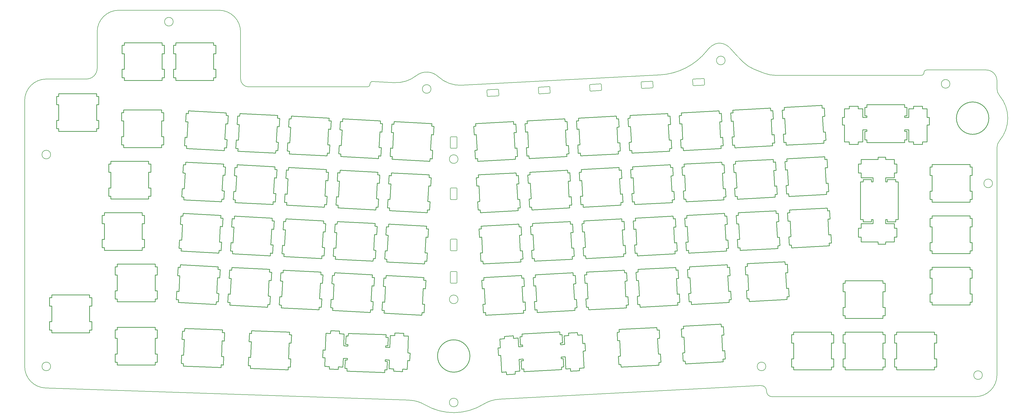
<source format=gbr>
%TF.GenerationSoftware,KiCad,Pcbnew,7.0.7*%
%TF.CreationDate,2023-12-22T23:47:26+01:00*%
%TF.ProjectId,isokey_frame,69736f6b-6579-45f6-9672-616d652e6b69,A*%
%TF.SameCoordinates,Original*%
%TF.FileFunction,Profile,NP*%
%FSLAX46Y46*%
G04 Gerber Fmt 4.6, Leading zero omitted, Abs format (unit mm)*
G04 Created by KiCad (PCBNEW 7.0.7) date 2023-12-22 23:47:26*
%MOMM*%
%LPD*%
G01*
G04 APERTURE LIST*
%TA.AperFunction,Profile*%
%ADD10C,0.250000*%
%TD*%
%TA.AperFunction,Profile*%
%ADD11C,0.200000*%
%TD*%
G04 APERTURE END LIST*
D10*
X160827924Y-150596799D02*
X160880286Y-149597670D01*
X88098039Y-178879672D02*
X102078853Y-179612375D01*
X159150531Y-182603375D02*
X159202888Y-181604346D01*
X75524766Y-146571861D02*
X74723966Y-146571861D01*
X342851791Y-114867656D02*
X342851791Y-115468356D01*
X121620924Y-170721944D02*
X122420826Y-170763865D01*
X235564339Y-114690286D02*
X236364241Y-114648365D01*
X307881498Y-119812017D02*
X308681400Y-119770096D01*
X109529583Y-118669196D02*
X109367384Y-121764149D01*
D11*
X188770091Y-171498709D02*
G75*
G03*
X189020028Y-171748709I249909J-91D01*
G01*
D10*
X56044266Y-186000061D02*
X55245266Y-186000061D01*
X367000000Y-159748997D02*
X367000000Y-160749497D01*
X82878799Y-95561907D02*
X82878799Y-92461907D01*
X217125703Y-111549685D02*
X217178092Y-112549314D01*
X330550791Y-199740544D02*
X329749791Y-199740544D01*
D11*
X278504297Y-98291124D02*
G75*
G03*
X278767000Y-98527699I249603J13024D01*
G01*
D10*
X235414630Y-177734821D02*
X234614728Y-177776742D01*
X87127799Y-86661907D02*
X87127799Y-92461907D01*
D11*
X189020028Y-167448728D02*
G75*
G03*
X188770028Y-167698709I-28J-249972D01*
G01*
D10*
X353916791Y-130891156D02*
X353916791Y-127590956D01*
X345167791Y-134140556D02*
X344566791Y-134140556D01*
X124577041Y-129620828D02*
X123777139Y-129578907D01*
X308878498Y-138835910D02*
X309678400Y-138793989D01*
X146580369Y-139687088D02*
X146418169Y-142782041D01*
X307201089Y-106829035D02*
X293221274Y-107561686D01*
X238024103Y-161625375D02*
X238824005Y-161583454D01*
X270150314Y-127847127D02*
X256168502Y-128579883D01*
X348800791Y-184791594D02*
X348800791Y-183791094D01*
X289495308Y-117672144D02*
X288695406Y-117714065D01*
X64687766Y-192169351D02*
X65486766Y-192169351D01*
X368651791Y-190841194D02*
X367850791Y-190841194D01*
X250181799Y-110819663D02*
X250129411Y-109820034D01*
X164904291Y-191829754D02*
X164938291Y-190830754D01*
X251057294Y-201902833D02*
X251857196Y-201860912D01*
X291220569Y-165897041D02*
X291168206Y-164897912D01*
X110165289Y-121805965D02*
X110112927Y-122805094D01*
X313957474Y-154542422D02*
X314119673Y-157637375D01*
X104398370Y-189017073D02*
X90406898Y-188528480D01*
X145222074Y-180871643D02*
X145169717Y-181870672D01*
X145583369Y-158710981D02*
X145421169Y-161805934D01*
X356851791Y-119568056D02*
X356851791Y-118567556D01*
D11*
X189020028Y-117450042D02*
X190980028Y-117450042D01*
D10*
X148043190Y-111774794D02*
X147880933Y-114870845D01*
X258842900Y-179610451D02*
X258895257Y-180609480D01*
X77905966Y-136424561D02*
X77106566Y-136424561D01*
X213596835Y-140725957D02*
X213293271Y-134933606D01*
X141444719Y-171760865D02*
X141606934Y-168665613D01*
X257380137Y-151699255D02*
X257683701Y-157491606D01*
X105055804Y-193142230D02*
X105164014Y-190043519D01*
X381000000Y-150849697D02*
X381801000Y-150849697D01*
X62306466Y-127523661D02*
X62306466Y-130624261D01*
X114859890Y-199253411D02*
X114061377Y-199225526D01*
X308412734Y-129948606D02*
X309212636Y-129906685D01*
X122314302Y-157491501D02*
X122617866Y-151699150D01*
X148893483Y-110816982D02*
X148841095Y-111816610D01*
X213770333Y-192099459D02*
X212047697Y-192189738D01*
X77106566Y-127523661D02*
X77106566Y-126523161D01*
D11*
X188769958Y-121500042D02*
G75*
G03*
X189020028Y-121750042I249942J-58D01*
G01*
X179283062Y-216809541D02*
G75*
G03*
X201083005Y-216587230I10716938J18059541D01*
G01*
D10*
X313760376Y-135476608D02*
X312960474Y-135518530D01*
X173709291Y-200443904D02*
X173806291Y-197643754D01*
X127394276Y-141785041D02*
X128192181Y-141826858D01*
X257579174Y-170763865D02*
X258377079Y-170722049D01*
X129197863Y-189848170D02*
X115205392Y-189359542D01*
X234614728Y-177776742D02*
X234311106Y-171983293D01*
X341467791Y-133341556D02*
X341467791Y-134140556D01*
X272996578Y-166852120D02*
X272196676Y-166894041D01*
X166601261Y-121660196D02*
X166439062Y-124755148D01*
X110327488Y-118711012D02*
X109529583Y-118669196D01*
X182645703Y-113588235D02*
X181845801Y-113546314D01*
X251857196Y-201860912D02*
X251909553Y-202859941D01*
X160999790Y-162622375D02*
X161161989Y-159527422D01*
X232620728Y-139728957D02*
X232317164Y-133936606D01*
X101929799Y-86661907D02*
X101929799Y-83562907D01*
X255223880Y-110555418D02*
X254425975Y-110597235D01*
X220849469Y-182603375D02*
X234829284Y-181870724D01*
X87127799Y-95561907D02*
X87127799Y-96561907D01*
X180901179Y-131570778D02*
X166920365Y-130838074D01*
X165442062Y-143779041D02*
X166239967Y-143820858D01*
X149415291Y-190519254D02*
X147691291Y-190458654D01*
X269886075Y-122805146D02*
X269833713Y-121806017D01*
X182017682Y-125571589D02*
X182179882Y-122476637D01*
X334800791Y-199740544D02*
X333999791Y-199740544D01*
X340697791Y-127590956D02*
X339717791Y-127590956D01*
X294098781Y-139610482D02*
X294898683Y-139568561D01*
D11*
X363000000Y-94705290D02*
X309156625Y-94705290D01*
D10*
X353848791Y-190841194D02*
X353047791Y-190841194D01*
X103290409Y-156494501D02*
X103593973Y-150702150D01*
X82079799Y-92461907D02*
X82079799Y-86661907D01*
X143332194Y-120440716D02*
X143635759Y-114648365D01*
X253601725Y-160808986D02*
X253439525Y-157714033D01*
X81867666Y-120471961D02*
X82668466Y-120471961D01*
X290171206Y-145874019D02*
X276191392Y-146606671D01*
D11*
X191230028Y-155700042D02*
X191230028Y-159500042D01*
D10*
X349767791Y-132616556D02*
X352996791Y-132616556D01*
X329537093Y-153725929D02*
X328737191Y-153767850D01*
X255689701Y-119443820D02*
X254891796Y-119485637D01*
X254425975Y-110597235D02*
X254588232Y-113693286D01*
X129542714Y-202867236D02*
X129650875Y-199769924D01*
X164193610Y-182867672D02*
X178174423Y-183600375D01*
X333999791Y-171791194D02*
X333999791Y-174891794D01*
X234417630Y-158710929D02*
X233617728Y-158752850D01*
X82079799Y-95561907D02*
X82878799Y-95561907D01*
X142120633Y-143558690D02*
X142172995Y-142559561D01*
X289669733Y-200881014D02*
X289617376Y-199881985D01*
X43818066Y-115472431D02*
X57817066Y-115472431D01*
X122952005Y-160628375D02*
X123114204Y-157533422D01*
X329233529Y-147933578D02*
X329071256Y-144837227D01*
X381000000Y-156648397D02*
X381000000Y-150849697D01*
X126826218Y-167890989D02*
X126028313Y-167849172D01*
X87514791Y-174743879D02*
X87352591Y-177838832D01*
D11*
X193079626Y-98384859D02*
X266194517Y-94553070D01*
D10*
X166070098Y-131795387D02*
X165907825Y-134891738D01*
X129189181Y-122802965D02*
X129136819Y-123802094D01*
X299108220Y-174396782D02*
X298308318Y-174438703D01*
X215704032Y-199838863D02*
X215735481Y-200438940D01*
X88815355Y-149927636D02*
X89613160Y-149969447D01*
X67868066Y-121472461D02*
X81867666Y-121472461D01*
X167917376Y-111813982D02*
X167864988Y-112813610D01*
X252973688Y-148825332D02*
X252175783Y-148867148D01*
X291848605Y-177880695D02*
X292648507Y-177838774D01*
D11*
X390999957Y-96706642D02*
G75*
G03*
X386989834Y-92706656I-3999957J42D01*
G01*
D10*
X147896473Y-129841074D02*
X147844111Y-130840203D01*
X345167791Y-132616556D02*
X345167791Y-134140556D01*
X212599835Y-121702065D02*
X212296271Y-115909714D01*
X293633017Y-130723179D02*
X294432919Y-130681258D01*
X167399166Y-121702012D02*
X166601261Y-121660196D01*
X232120066Y-114870793D02*
X231957809Y-111774741D01*
X358375791Y-107037756D02*
X358375791Y-110267756D01*
X60724266Y-149672461D02*
X60724266Y-155472761D01*
D11*
X240538254Y-98071071D02*
X244333046Y-97872194D01*
D10*
X233099529Y-148865019D02*
X219119714Y-149597670D01*
X269671513Y-118711065D02*
X269367949Y-112918714D01*
X232472499Y-190198958D02*
X232520601Y-191116799D01*
X79487866Y-177622061D02*
X80287266Y-177622061D01*
D11*
X58078799Y-92070135D02*
X58078799Y-78562905D01*
D10*
X162659651Y-115645365D02*
X163459554Y-115687286D01*
X213759035Y-143820910D02*
X214558937Y-143778989D01*
X234776927Y-180871695D02*
X235576830Y-180829774D01*
X123829501Y-128579778D02*
X109848688Y-127847074D01*
X86329799Y-92461907D02*
X86329799Y-95561907D01*
D11*
X225595787Y-99108768D02*
X225698366Y-101066082D01*
D10*
X334800791Y-193941794D02*
X334800791Y-199740544D01*
X352996791Y-125866856D02*
X349767791Y-125866856D01*
X236830005Y-123535668D02*
X236882367Y-124534797D01*
D11*
X188770028Y-140500042D02*
X188770028Y-136700042D01*
D10*
X312960474Y-135518530D02*
X313122673Y-138613482D01*
X251445525Y-119666248D02*
X250647620Y-119708065D01*
X107373384Y-159811934D02*
X108171289Y-159853750D01*
X312763376Y-116452716D02*
X311963474Y-116494637D01*
D11*
X263511789Y-99328772D02*
G75*
G03*
X263748365Y-99066082I-12989J249572D01*
G01*
D10*
X330550791Y-190841194D02*
X329749791Y-190841194D01*
X88616218Y-168992241D02*
X88312596Y-174785690D01*
X159668709Y-172715944D02*
X160468611Y-172757865D01*
X144132097Y-120482637D02*
X143332194Y-120440716D01*
X354467791Y-148141656D02*
X354467791Y-134140556D01*
X230967016Y-194432751D02*
X229443107Y-194512616D01*
D11*
X31245566Y-104070135D02*
X31245566Y-202615942D01*
D10*
X354467791Y-134140556D02*
X353468791Y-134140556D01*
X164408166Y-178773690D02*
X163610261Y-178731874D01*
X126559476Y-157713981D02*
X126397276Y-160808934D01*
X104052868Y-198910942D02*
X104255292Y-193114276D01*
X212081625Y-111814034D02*
X198101811Y-112546685D01*
X340466791Y-148141656D02*
X341467791Y-148141656D01*
X101128799Y-83562907D02*
X101128799Y-82561907D01*
D11*
X225595801Y-99108767D02*
G75*
G03*
X225333046Y-98872195I-249701J-13133D01*
G01*
D10*
X269205692Y-109822663D02*
X269153303Y-108823034D01*
X231105518Y-110817034D02*
X217125703Y-111549685D01*
D11*
X38976766Y-210611425D02*
X173562298Y-215136059D01*
D10*
X250129411Y-109820034D02*
X236149596Y-110552685D01*
D11*
X188770028Y-159500042D02*
X188770028Y-155700042D01*
D10*
X141123633Y-162582582D02*
X141175995Y-161583454D01*
X115062315Y-193456744D02*
X114859890Y-199253411D01*
X181683544Y-116642365D02*
X182483446Y-116684286D01*
X166904825Y-115867845D02*
X167702730Y-115909661D01*
X293739483Y-117449716D02*
X292939581Y-117491637D01*
X214935579Y-200480861D02*
X215097778Y-203575813D01*
X215287213Y-172980293D02*
X216087116Y-172938372D01*
X367850791Y-203841564D02*
X367850791Y-202841104D01*
D11*
X191230028Y-117700042D02*
X191230028Y-121500042D01*
D10*
X381000000Y-160749497D02*
X381000000Y-159748997D01*
X358375791Y-119338056D02*
X360100791Y-119338056D01*
X159365087Y-178509394D02*
X159668709Y-172715944D01*
X292636017Y-111699286D02*
X293435919Y-111657365D01*
X265208980Y-189144706D02*
X265156691Y-188146976D01*
X271665513Y-156758850D02*
X271361949Y-150966499D01*
X365949791Y-113067756D02*
X365949791Y-110267756D01*
X349767791Y-134140556D02*
X349767791Y-132616556D01*
X215805392Y-182867724D02*
X215753035Y-181868695D01*
X233951793Y-149822227D02*
X233151891Y-149864148D01*
X106084311Y-118488637D02*
X105284409Y-118446716D01*
X57817066Y-101471561D02*
X43818066Y-101471561D01*
X232954793Y-130798334D02*
X232154891Y-130840256D01*
X67279799Y-86661907D02*
X68078799Y-86661907D01*
X103093311Y-175560315D02*
X102293409Y-175518394D01*
X216087116Y-172938372D02*
X215924900Y-169843120D01*
X79487866Y-192169351D02*
X80287266Y-192169351D01*
X314949791Y-199740544D02*
X314949791Y-202841104D01*
X90824795Y-126850075D02*
X90772433Y-127849203D01*
X327077272Y-106789742D02*
X326277370Y-106831663D01*
X141625291Y-196520654D02*
X141528291Y-199319424D01*
X352996791Y-149667056D02*
X349767791Y-149667056D01*
X88349591Y-158814939D02*
X89147396Y-158856750D01*
X291686406Y-174785743D02*
X291382784Y-168992293D01*
X353047791Y-202841104D02*
X353848791Y-202841104D01*
X147691291Y-190458654D02*
X147725291Y-189478854D01*
X238876367Y-162582582D02*
X252856182Y-161849931D01*
X336301791Y-106118756D02*
X336301791Y-107037756D01*
X143169995Y-123535668D02*
X143969897Y-123577589D01*
X308053379Y-107786742D02*
X307253477Y-107828663D01*
X167067083Y-112771794D02*
X166904825Y-115867845D01*
X199348281Y-151635720D02*
X199510554Y-154732071D01*
D11*
X159000000Y-98050130D02*
X159000000Y-97975391D01*
D10*
X233314163Y-152960499D02*
X234114066Y-152918578D01*
X106550133Y-109600235D02*
X105750231Y-109558314D01*
X103593973Y-150702150D02*
X104393876Y-150744071D01*
X277188392Y-165630563D02*
X277240754Y-166629692D01*
X147216074Y-142823858D02*
X147163712Y-143822986D01*
X105087311Y-137512529D02*
X104287409Y-137470608D01*
D11*
X206595787Y-100108768D02*
X206698366Y-102066082D01*
D10*
X308519201Y-116675144D02*
X307719298Y-116717065D01*
X181182882Y-141500529D02*
X180382980Y-141458608D01*
X166187605Y-144819986D02*
X180168418Y-145552690D01*
X216844011Y-121479637D02*
X217006210Y-124574589D01*
D11*
X189020028Y-167448709D02*
X190980028Y-167448709D01*
D10*
X272877069Y-179876724D02*
X272824713Y-178877695D01*
X77106566Y-140524261D02*
X77106566Y-139523761D01*
X181845801Y-113546314D02*
X181898189Y-112546685D01*
X339601791Y-106118756D02*
X336301791Y-106118756D01*
X86329799Y-95561907D02*
X87127799Y-95561907D01*
X172982291Y-197616154D02*
X173200291Y-191348854D01*
X313250235Y-176759083D02*
X314050137Y-176717162D01*
X271147314Y-146871019D02*
X257165502Y-147603775D01*
X360100791Y-106118756D02*
X360100791Y-107037756D01*
X315750791Y-190841194D02*
X314949791Y-190841194D01*
X366199000Y-159748997D02*
X367000000Y-159748997D01*
X290492308Y-136696036D02*
X289692406Y-136737957D01*
X55245266Y-186000061D02*
X55245266Y-180199861D01*
X237027103Y-142601482D02*
X237827005Y-142559561D01*
X237198968Y-130575907D02*
X236399066Y-130617828D01*
X271361949Y-150966499D02*
X272161851Y-150924578D01*
X65486766Y-168721461D02*
X65486766Y-174522861D01*
X289191744Y-111879793D02*
X289029487Y-108783742D01*
X214558937Y-143778989D02*
X214396737Y-140684036D01*
X67868066Y-107471161D02*
X67868066Y-108472161D01*
X313887937Y-173622210D02*
X313088035Y-173664131D01*
X212814397Y-125796146D02*
X212762035Y-124797017D01*
X108118927Y-160852879D02*
X122099740Y-161585582D01*
X161144525Y-144555690D02*
X161196887Y-143556561D01*
X275927153Y-141564690D02*
X289906967Y-140832039D01*
X89775433Y-146873096D02*
X88977628Y-146831285D01*
X294736483Y-136473608D02*
X293936581Y-136515530D01*
X349601791Y-199740544D02*
X348800791Y-199740544D01*
X141606934Y-168665613D02*
X140807032Y-168623692D01*
X237537716Y-190853863D02*
X235815080Y-190944142D01*
X214093173Y-134891685D02*
X213930900Y-131795334D01*
X340697791Y-156416756D02*
X346967791Y-156416756D01*
X232317164Y-133936606D02*
X233117066Y-133894685D01*
X230515198Y-199664367D02*
X229715296Y-199706289D01*
X251229165Y-189877358D02*
X250429263Y-189919279D01*
X381000000Y-166799097D02*
X381000000Y-165798597D01*
X298308318Y-174438703D02*
X298470518Y-177533656D01*
X165923366Y-149861967D02*
X165871003Y-150861096D01*
X129162995Y-190846661D02*
X129197863Y-189848170D01*
X199313456Y-135666257D02*
X199617020Y-141458608D01*
X251176876Y-188879627D02*
X251229165Y-189877358D01*
X309678400Y-138793989D02*
X309516201Y-135699036D01*
X114372011Y-190330148D02*
X114263801Y-193428860D01*
X294630017Y-149747071D02*
X295429919Y-149705150D01*
X165073098Y-150819279D02*
X164910826Y-153915630D01*
X252604725Y-141785093D02*
X252442525Y-138690141D01*
X162624826Y-131614828D02*
X161824924Y-131572907D01*
X366199000Y-166799097D02*
X366199000Y-169899697D01*
X91089034Y-121808094D02*
X105069847Y-122540797D01*
X200973318Y-182643267D02*
X201773220Y-182601346D01*
D11*
X297221199Y-89889860D02*
G75*
G03*
X301066769Y-92407185I8373201J8595260D01*
G01*
D10*
X312245166Y-106564686D02*
X312297555Y-107564314D01*
X122583041Y-167668613D02*
X121783139Y-167626692D01*
X275874790Y-140565561D02*
X275927153Y-141564690D01*
D11*
X191230058Y-117700042D02*
G75*
G03*
X190980028Y-117450042I-250058J-58D01*
G01*
D10*
X161877286Y-130573778D02*
X147896473Y-129841074D01*
X276243754Y-147605799D02*
X275443851Y-147647720D01*
X147844111Y-130840203D02*
X147046206Y-130798387D01*
X214396737Y-140684036D02*
X213596835Y-140725957D01*
X356851791Y-109668056D02*
X357652791Y-109668056D01*
X220797112Y-181604346D02*
X220849469Y-182603375D01*
X102931112Y-178655267D02*
X103093311Y-175560315D01*
X293221274Y-107561686D02*
X293273662Y-108561314D01*
X142603934Y-149641720D02*
X141804032Y-149599799D01*
X122420826Y-170763865D02*
X122583041Y-167668613D01*
X126198181Y-179874643D02*
X126145825Y-180873672D01*
X90263821Y-192625683D02*
X90061397Y-198422349D01*
D11*
X202538254Y-100071077D02*
G75*
G03*
X202301680Y-100333812I13046J-249623D01*
G01*
D10*
X126664003Y-170986241D02*
X126360381Y-176779690D01*
X349767791Y-148141656D02*
X350366791Y-148141656D01*
X79487866Y-165621961D02*
X79487866Y-164621461D01*
X79487866Y-164621461D02*
X65486766Y-164621461D01*
X290385841Y-149969499D02*
X291185744Y-149927578D01*
X311497652Y-107606235D02*
X311659910Y-110702286D01*
X147725291Y-189478854D02*
X144428291Y-189364454D01*
X215924900Y-169843120D02*
X215124998Y-169885041D01*
X142801032Y-130575907D02*
X142853394Y-129576778D01*
X65486766Y-202069151D02*
X79487866Y-202069151D01*
D11*
X184241735Y-95153378D02*
G75*
G03*
X193079626Y-98384859I8209865J8752178D01*
G01*
D10*
X367850791Y-199740544D02*
X367850791Y-193941794D01*
X329699293Y-156820882D02*
X329537093Y-153725929D01*
X218534446Y-153735071D02*
X219334349Y-153693150D01*
X367000000Y-165798597D02*
X367000000Y-166799097D01*
X251859182Y-142826039D02*
X251806820Y-141826910D01*
D11*
X221404297Y-101291124D02*
G75*
G03*
X221667000Y-101527699I249603J13024D01*
G01*
D10*
X104925112Y-140607482D02*
X105087311Y-137512529D01*
D11*
X240404297Y-100291124D02*
G75*
G03*
X240667000Y-100527699I249603J13024D01*
G01*
D10*
X257165502Y-147603775D02*
X257217864Y-148602904D01*
X206374765Y-195721577D02*
X206521316Y-198517939D01*
D11*
X278504259Y-98291126D02*
X278401680Y-96333812D01*
D10*
X79487866Y-197969551D02*
X79487866Y-192169351D01*
X294467744Y-146650721D02*
X294630017Y-149747071D01*
X63105566Y-127523661D02*
X62306466Y-127523661D01*
X215217360Y-190552607D02*
X215269649Y-191550338D01*
X309875498Y-157859803D02*
X310675400Y-157817882D01*
X341325791Y-114867656D02*
X342851791Y-114867656D01*
X329749791Y-202841104D02*
X330550791Y-202841104D01*
X349767791Y-149667056D02*
X349767791Y-148141656D01*
D11*
X191230028Y-136700042D02*
X191230028Y-140500042D01*
D10*
X366199000Y-147749097D02*
X366199000Y-150849697D01*
X342851791Y-110267756D02*
X341325791Y-110267756D01*
D11*
X365052335Y-92706676D02*
G75*
G03*
X364000000Y-93705285I-52435J-998524D01*
G01*
D10*
X326224981Y-105832035D02*
X312245166Y-106564686D01*
X164593291Y-200724994D02*
X164613291Y-200125554D01*
X199976318Y-163619375D02*
X200776220Y-163577454D01*
X79487866Y-178622461D02*
X79487866Y-177622061D01*
X381000000Y-140698997D02*
X381801000Y-140698997D01*
X140978897Y-180649267D02*
X141141097Y-177554315D01*
X308198099Y-125853127D02*
X294218284Y-126585778D01*
X150112291Y-191314354D02*
X150005291Y-194412254D01*
D11*
X391000000Y-205841592D02*
X391000000Y-121527034D01*
D10*
X199831582Y-145552690D02*
X213811397Y-144820039D01*
X275712591Y-137470608D02*
X274912689Y-137512529D01*
X334800791Y-189840694D02*
X334800791Y-190841194D01*
X365123791Y-119338056D02*
X365123791Y-113067756D01*
D11*
X190980028Y-159750042D02*
X189020028Y-159750042D01*
D10*
X181648719Y-132611828D02*
X180848817Y-132569907D01*
X208705116Y-191444554D02*
X208753218Y-192362394D01*
X292182686Y-168950372D02*
X292020471Y-165855120D01*
X127195181Y-160850750D02*
X127142819Y-161849879D01*
X40445166Y-186000061D02*
X40445166Y-189099261D01*
D11*
X40845566Y-124070135D02*
G75*
G03*
X40845566Y-124070135I-1600000J0D01*
G01*
D10*
X57817066Y-114471971D02*
X58618066Y-114471971D01*
X90092034Y-140831986D02*
X104072847Y-141564690D01*
X289151618Y-190994781D02*
X289950521Y-190952912D01*
X270364949Y-131942606D02*
X271164851Y-131900685D01*
X104090311Y-156536422D02*
X103290409Y-156494501D01*
X162141525Y-125531797D02*
X162193887Y-124532668D01*
X307253477Y-107828663D02*
X307201089Y-106829035D01*
X253853177Y-180873724D02*
X253800820Y-179874695D01*
X180023682Y-163619375D02*
X180185882Y-160524422D01*
X104853380Y-198938897D02*
X104052868Y-198910942D01*
X367000000Y-137598397D02*
X366199000Y-137598397D01*
X81867666Y-108472161D02*
X81867666Y-107471161D01*
X350366791Y-148941056D02*
X353468791Y-148941056D01*
X367000000Y-127698697D02*
X367000000Y-128699097D01*
X104556149Y-147647720D02*
X103756246Y-147605799D01*
X357652791Y-115468356D02*
X356851791Y-115468356D01*
X365123791Y-113067756D02*
X365949791Y-113067756D01*
X141528291Y-199319424D02*
X142353291Y-199348354D01*
D11*
X301066769Y-92407184D02*
G75*
G03*
X304845558Y-93904160I78931031J193726284D01*
G01*
D10*
X275688920Y-201613717D02*
X289669733Y-200881014D01*
X288909967Y-121808146D02*
X288857605Y-120809017D01*
X310675400Y-157817882D02*
X310513201Y-154722929D01*
X367000000Y-131799697D02*
X367000000Y-137598397D01*
X309212636Y-129906685D02*
X309050363Y-126810335D01*
X327274354Y-125855256D02*
X327221992Y-124856127D01*
X196000000Y-198749997D02*
G75*
G03*
X196000000Y-198749997I-6000000J0D01*
G01*
X313302592Y-177758112D02*
X313250235Y-176759083D01*
X91769417Y-108825610D02*
X90971612Y-108783799D01*
X266636914Y-201086340D02*
X266474714Y-197991387D01*
X214927900Y-150819227D02*
X214127998Y-150861148D01*
D11*
X282695801Y-96108767D02*
G75*
G03*
X282433046Y-95872195I-249701J-13133D01*
G01*
D10*
X88830795Y-164897860D02*
X88778433Y-165896989D01*
X313294539Y-126587907D02*
X312494637Y-126629828D01*
D11*
X190980028Y-159750028D02*
G75*
G03*
X191230028Y-159500042I-28J250028D01*
G01*
D10*
X255888796Y-138509529D02*
X256050996Y-141604482D01*
X254588232Y-113693286D02*
X255386137Y-113651469D01*
X162462554Y-134711178D02*
X162624826Y-131614828D01*
X349601791Y-202841104D02*
X349601791Y-199740544D01*
X381801000Y-169899697D02*
X381801000Y-166799097D01*
X43818066Y-111371411D02*
X43017066Y-111371411D01*
D11*
X188769958Y-140500042D02*
G75*
G03*
X189020028Y-140750042I249942J-58D01*
G01*
D10*
X229877496Y-202801241D02*
X230677398Y-202759320D01*
X101929799Y-95561907D02*
X101929799Y-92461907D01*
D11*
X221404259Y-101291126D02*
X221301680Y-99333812D01*
D10*
X274930153Y-122540797D02*
X288909967Y-121808146D01*
X141141097Y-177554315D02*
X140341195Y-177512394D01*
X310047363Y-145834227D02*
X309247461Y-145876148D01*
X207030582Y-192452674D02*
X207199633Y-195678347D01*
X274077888Y-121583589D02*
X274877790Y-121541668D01*
X381801000Y-175698447D02*
X381000000Y-175698447D01*
X274838658Y-200656505D02*
X275636563Y-200614688D01*
X237361241Y-133672257D02*
X237664806Y-139464608D01*
X115170524Y-190358033D02*
X114372011Y-190330148D01*
X381000000Y-137598397D02*
X381000000Y-131799697D01*
X250429263Y-189919279D02*
X250591536Y-193015629D01*
X206521316Y-198517939D02*
X207346184Y-198474710D01*
D11*
X283637098Y-85631247D02*
G75*
G03*
X284136598Y-85000028I-38615298J31070447D01*
G01*
D10*
X101128799Y-95561907D02*
X101929799Y-95561907D01*
X201092821Y-169618563D02*
X201145183Y-170617692D01*
X341467791Y-134140556D02*
X340466791Y-134140556D01*
X231441719Y-203490621D02*
X233164355Y-203400341D01*
X88977628Y-146831285D02*
X88815355Y-149927636D01*
X266474714Y-197991387D02*
X265674812Y-198033308D01*
X326743191Y-115720065D02*
X326439627Y-109927714D01*
X276924153Y-160588583D02*
X290903967Y-159855931D01*
X62306466Y-136424561D02*
X62306466Y-139523761D01*
X201145183Y-170617692D02*
X200345281Y-170659613D01*
X89147396Y-158856750D02*
X89095034Y-159855879D01*
X40445166Y-177099261D02*
X40445166Y-180199861D01*
X344566791Y-133341556D02*
X341467791Y-133341556D01*
X181217780Y-125529668D02*
X182017682Y-125571589D01*
X212933916Y-112771741D02*
X212134014Y-112813663D01*
X251126421Y-128844127D02*
X237146606Y-129576778D01*
X219997210Y-181646267D02*
X220797112Y-181604346D01*
X141804032Y-149599799D02*
X141856394Y-148600670D01*
X160164989Y-178551315D02*
X159365087Y-178509394D01*
X358375791Y-114867656D02*
X358375791Y-119338056D01*
X288229584Y-108825663D02*
X288177196Y-107826034D01*
X235111008Y-171941372D02*
X234948793Y-168846120D01*
X107174289Y-178877643D02*
X107121932Y-179876672D01*
X274210626Y-188672950D02*
X274372899Y-191769301D01*
X271827713Y-159853803D02*
X272627615Y-159811881D01*
X79487866Y-168721461D02*
X80287266Y-168721461D01*
X101929799Y-83562907D02*
X101128799Y-83562907D01*
D11*
X278638254Y-96071077D02*
G75*
G03*
X278401680Y-96333812I13046J-249623D01*
G01*
D10*
X274715591Y-118446716D02*
X273915689Y-118488637D01*
X349601791Y-190841194D02*
X348800791Y-190841194D01*
X274912689Y-137512529D02*
X275074888Y-140607482D01*
X77106566Y-130624261D02*
X77905966Y-130624261D01*
D11*
X305750771Y-211717529D02*
G75*
G03*
X303646119Y-209720270I-1999971J29D01*
G01*
D10*
X90610160Y-130945554D02*
X90306596Y-136737905D01*
X145384274Y-177776690D02*
X144586369Y-177734874D01*
X250895095Y-198807880D02*
X251057294Y-201902833D01*
X253172783Y-167891041D02*
X253120421Y-166891912D01*
D11*
X202538254Y-100071071D02*
X206333046Y-99872194D01*
D10*
X236561339Y-133714179D02*
X237361241Y-133672257D01*
X237558339Y-152738071D02*
X238358241Y-152696150D01*
X253439525Y-157714033D02*
X252641620Y-157755850D01*
X40445166Y-180199861D02*
X41245566Y-180199861D01*
X295215284Y-145609671D02*
X295267646Y-146608799D01*
X79487866Y-188069651D02*
X65486766Y-188069651D01*
X233420630Y-139687036D02*
X232620728Y-139728957D01*
X147046206Y-130798387D02*
X146883933Y-133894738D01*
X340697791Y-149667056D02*
X340697791Y-151391056D01*
X60724266Y-146571861D02*
X59923866Y-146571861D01*
X59923866Y-149672461D02*
X60724266Y-149672461D01*
X89974628Y-127807392D02*
X89812355Y-130903743D01*
X105122210Y-121541668D02*
X105922112Y-121583589D01*
X367000000Y-147749097D02*
X366199000Y-147749097D01*
X308716298Y-135740957D02*
X308412734Y-129948606D01*
X160880286Y-149597670D02*
X146899473Y-148864967D01*
D11*
X202404297Y-102291124D02*
G75*
G03*
X202667000Y-102527699I249603J13024D01*
G01*
D10*
X217340349Y-115645365D02*
X217643913Y-121437716D01*
X109367384Y-121764149D02*
X110165289Y-121805965D01*
X381000000Y-127698697D02*
X367000000Y-127698697D01*
X164485291Y-203822844D02*
X165285291Y-203851774D01*
X65486766Y-188069651D02*
X65486766Y-189068751D01*
X346967791Y-157240856D02*
X349767791Y-157240856D01*
X74723966Y-159572461D02*
X74723966Y-158571961D01*
X150947291Y-190342854D02*
X150913291Y-191341954D01*
X334800791Y-203841564D02*
X348800791Y-203841564D01*
X145169717Y-181870672D02*
X159150531Y-182603375D01*
X339717791Y-127590956D02*
X339717791Y-130891156D01*
X124146102Y-122538668D02*
X124946004Y-122580589D01*
X142172995Y-142559561D02*
X142972897Y-142601482D01*
D11*
X363000000Y-94705300D02*
G75*
G03*
X364000000Y-93705285I0J1000000D01*
G01*
D10*
X342050791Y-115468356D02*
X342050791Y-118567556D01*
X348800791Y-189840694D02*
X334800791Y-189840694D01*
X79487866Y-189068751D02*
X79487866Y-188069651D01*
X232154891Y-130840256D02*
X232102529Y-129841127D01*
X123580041Y-148644720D02*
X122780139Y-148602799D01*
X127875580Y-147867967D02*
X127823218Y-148867096D01*
X181379980Y-122434716D02*
X181683544Y-116642365D01*
X65486766Y-201068751D02*
X65486766Y-202069151D01*
X292939581Y-117491637D02*
X293101781Y-120586590D01*
X336301791Y-120317656D02*
X339601791Y-120317656D01*
X357652791Y-106567756D02*
X356851791Y-106567756D01*
X289174206Y-126850127D02*
X275194392Y-127582778D01*
X358375791Y-110267756D02*
X356851791Y-110267756D01*
X43017066Y-102472061D02*
X43017066Y-105572661D01*
X313584316Y-167828760D02*
X313422100Y-164733508D01*
X148678838Y-114912661D02*
X148375274Y-120705012D01*
D11*
X39245566Y-96070135D02*
X54078799Y-96070135D01*
D10*
X198834582Y-126528797D02*
X212814397Y-125796146D01*
X102131210Y-178613346D02*
X102931112Y-178655267D01*
X270202676Y-128846256D02*
X270150314Y-127847127D01*
X88150396Y-177880643D02*
X88098039Y-178879672D01*
X127660945Y-151963447D02*
X127357381Y-157755798D01*
X102293409Y-175518394D02*
X102597031Y-169724944D01*
X167750291Y-203467314D02*
X167718291Y-204386474D01*
X89827795Y-145873967D02*
X89775433Y-146873096D01*
X345167791Y-148141656D02*
X345167791Y-149667056D01*
X272465415Y-156716929D02*
X271665513Y-156758850D01*
D11*
X307750791Y-213841592D02*
X383000000Y-213841592D01*
D10*
X254891796Y-119485637D02*
X255053996Y-122580589D01*
X63105566Y-140524261D02*
X77106566Y-140524261D01*
X68078799Y-86661907D02*
X68078799Y-92461907D01*
X326277370Y-106831663D02*
X326224981Y-105832035D01*
X63105566Y-136424561D02*
X62306466Y-136424561D01*
X81867666Y-111572461D02*
X82668466Y-111572461D01*
X126878580Y-166891860D02*
X126826218Y-167890989D01*
X109115927Y-141828986D02*
X123096740Y-142561690D01*
X220169076Y-169620692D02*
X219369173Y-169662613D01*
X127142819Y-161849879D02*
X141123633Y-162582582D01*
X334575791Y-119338056D02*
X336301791Y-119338056D01*
X270883075Y-141829039D02*
X270830713Y-140829910D01*
X315750791Y-193941794D02*
X315750791Y-199740544D01*
X114263801Y-193428860D02*
X115062315Y-193456744D01*
X334800791Y-170790794D02*
X334800791Y-171791194D01*
X142638759Y-133672257D02*
X143438661Y-133714179D01*
X128820218Y-129843203D02*
X128022313Y-129801387D01*
X297842481Y-165550001D02*
X298004696Y-168645253D01*
X237146606Y-129576778D02*
X237198968Y-130575907D01*
X81867666Y-121472461D02*
X81867666Y-120471961D01*
X311963474Y-116494637D02*
X312125673Y-119589590D01*
X127556476Y-138690088D02*
X127394276Y-141785041D01*
X293101781Y-120586590D02*
X293901683Y-120544668D01*
X312125673Y-119589590D02*
X312925576Y-119547668D01*
X164449291Y-204821914D02*
X164485291Y-203822844D01*
X89953236Y-201519661D02*
X89918323Y-202519452D01*
X142972897Y-142601482D02*
X143135097Y-139506529D01*
X256383137Y-132675362D02*
X256686701Y-138467713D01*
X310209636Y-148930578D02*
X310047363Y-145834227D01*
X128354381Y-138731905D02*
X127556476Y-138690088D01*
X127357381Y-157755798D02*
X126559476Y-157713981D01*
X212742728Y-205451718D02*
X212691450Y-204473281D01*
X125574025Y-110597235D02*
X124774123Y-110555314D01*
X235576830Y-180829774D02*
X235414630Y-177734821D01*
X128553476Y-119666196D02*
X128391276Y-122761149D01*
X64687766Y-177622061D02*
X65486766Y-177622061D01*
X146847111Y-149864096D02*
X146049206Y-149822279D01*
X265371253Y-192241057D02*
X266171155Y-192199136D01*
X161996790Y-143598482D02*
X162158989Y-140503529D01*
D11*
X259588254Y-97071071D02*
X263383046Y-96872194D01*
D10*
X200095821Y-150594670D02*
X200148183Y-151593799D01*
X101128799Y-96561907D02*
X101128799Y-95561907D01*
X162193887Y-124532668D02*
X162993790Y-124574589D01*
X90772433Y-127849203D02*
X89974628Y-127807392D01*
X290416280Y-199840116D02*
X290254080Y-196745163D01*
X231207756Y-199026347D02*
X231441719Y-203490621D01*
X213399737Y-121660143D02*
X212599835Y-121702065D01*
X238181469Y-203137406D02*
X237853318Y-196875898D01*
X334800791Y-184791594D02*
X348800791Y-184791594D01*
X344566791Y-148941056D02*
X344566791Y-148141656D01*
X178907179Y-169618563D02*
X164926366Y-168885860D01*
X256168502Y-128579883D02*
X256220864Y-129579011D01*
X232423630Y-120663143D02*
X231623728Y-120705065D01*
X55245266Y-189099261D02*
X56044266Y-189099261D01*
X161662651Y-134669257D02*
X162462554Y-134711178D01*
X212691450Y-204473281D02*
X214414086Y-204383001D01*
X381801000Y-166799097D02*
X381000000Y-166799097D01*
X330550791Y-193941794D02*
X330550791Y-190841194D01*
X238143606Y-148600670D02*
X238195968Y-149599799D01*
X110112927Y-122805094D02*
X124093740Y-123537797D01*
X128709287Y-203839141D02*
X128744201Y-202839351D01*
D11*
X191600000Y-215990018D02*
G75*
G03*
X191600000Y-215990018I-1600000J0D01*
G01*
D10*
X313122673Y-138613482D02*
X313922576Y-138571561D01*
X200776220Y-163577454D02*
X200828582Y-164576582D01*
X43818066Y-102472061D02*
X43017066Y-102472061D01*
X256220864Y-129579011D02*
X255422959Y-129620828D01*
X220331291Y-172715944D02*
X220634913Y-178509394D01*
D11*
X179283056Y-216809552D02*
G75*
G03*
X173562298Y-215136060I-6123956J-10319648D01*
G01*
D10*
X43818066Y-105572661D02*
X43818066Y-111371411D01*
X346967791Y-156416756D02*
X346967791Y-157240856D01*
D11*
X190980028Y-121750042D02*
X189020028Y-121750042D01*
D10*
X366199000Y-150849697D02*
X367000000Y-150849697D01*
X178388980Y-179506394D02*
X178692602Y-173712944D01*
X146684838Y-152960447D02*
X146381274Y-158752798D01*
X256885796Y-157533422D02*
X257047995Y-160628375D01*
X89309596Y-155761798D02*
X88511791Y-155719986D01*
D11*
X263645801Y-97108767D02*
G75*
G03*
X263383046Y-96872195I-249701J-13133D01*
G01*
D10*
X348800791Y-190841194D02*
X348800791Y-189840694D01*
X180185882Y-160524422D02*
X179385980Y-160482501D01*
X68078799Y-83562907D02*
X67279799Y-83562907D01*
X381000000Y-175698447D02*
X381000000Y-169899697D01*
X251694997Y-198765959D02*
X250895095Y-198807880D01*
X179223780Y-163577454D02*
X180023682Y-163619375D01*
X360100791Y-107037756D02*
X358375791Y-107037756D01*
X270830713Y-140829910D02*
X271630615Y-140787989D01*
X55245266Y-177099261D02*
X55245266Y-176100161D01*
X101929799Y-92461907D02*
X101128799Y-92461907D01*
X381801000Y-128699097D02*
X381000000Y-128699097D01*
X216540446Y-115687286D02*
X217340349Y-115645365D01*
X273462415Y-175740821D02*
X272662513Y-175782743D01*
X65486766Y-177622061D02*
X65486766Y-178622461D01*
X290254080Y-196745163D02*
X289455177Y-196787032D01*
X272627615Y-159811881D02*
X272465415Y-156716929D01*
X179904179Y-150594670D02*
X165923366Y-149861967D01*
X353047791Y-193941794D02*
X353848791Y-193941794D01*
X122832501Y-147603671D02*
X108851688Y-146870967D01*
X142138097Y-158530422D02*
X141338194Y-158488501D01*
X43818066Y-114471971D02*
X43818066Y-115472431D01*
X164910826Y-153915630D02*
X165708731Y-153957447D01*
X217841011Y-140503529D02*
X218003210Y-143598482D01*
X233617728Y-158752850D02*
X233314163Y-152960499D01*
X143600934Y-130617828D02*
X142801032Y-130575907D01*
D11*
X391941195Y-118949533D02*
G75*
G03*
X391000000Y-121527034I3058605J-2577467D01*
G01*
D10*
X75524766Y-158571961D02*
X75524766Y-155472761D01*
X59923866Y-146571861D02*
X59923866Y-149672461D01*
D11*
X278638254Y-96071071D02*
X282433046Y-95872194D01*
D10*
X105750231Y-109558314D02*
X105802619Y-108558686D01*
X104287409Y-137470608D02*
X104590973Y-131678257D01*
X257882796Y-176557315D02*
X258044995Y-179652267D01*
X199510554Y-154732071D02*
X200310456Y-154690150D01*
X146899473Y-148864967D02*
X146847111Y-149864096D01*
X125411768Y-113693286D02*
X125574025Y-110597235D01*
X290851605Y-158856803D02*
X291651508Y-158814882D01*
X163155989Y-121479637D02*
X162356087Y-121437716D01*
X67868066Y-108472161D02*
X67068966Y-108472161D01*
X162821908Y-112549314D02*
X162874297Y-111549685D01*
X43017066Y-105572661D02*
X43818066Y-105572661D01*
X238661806Y-158488501D02*
X237861903Y-158530422D01*
X290654508Y-139790989D02*
X290492308Y-136696036D01*
X129817202Y-110819610D02*
X129019297Y-110777794D01*
X127823218Y-148867096D02*
X127025313Y-148825280D01*
X198351281Y-132611828D02*
X198513554Y-135708178D01*
X274412027Y-112654365D02*
X274715591Y-118446716D01*
X253334999Y-170986293D02*
X254132904Y-170944477D01*
X314757376Y-154500501D02*
X313957474Y-154542422D01*
X365123791Y-107037756D02*
X363398791Y-107037756D01*
X342050791Y-118567556D02*
X342851791Y-118567556D01*
X253800820Y-179874695D02*
X254598725Y-179832879D01*
X333999791Y-174891794D02*
X334800791Y-174891794D01*
X89812355Y-130903743D02*
X90610160Y-130945554D01*
X229683847Y-199106212D02*
X231207756Y-199026347D01*
X220634913Y-178509394D02*
X219835011Y-178551315D01*
X349767791Y-125866856D02*
X349767791Y-125041356D01*
X63105566Y-126523161D02*
X63105566Y-127523661D01*
X257898263Y-161585687D02*
X271880075Y-160852931D01*
D11*
X191230091Y-167698709D02*
G75*
G03*
X190980028Y-167448709I-250091J-91D01*
G01*
D10*
X366199000Y-137598397D02*
X366199000Y-140698997D01*
X349601791Y-183791094D02*
X349601791Y-180690494D01*
X161627826Y-150638720D02*
X160827924Y-150596799D01*
X87127799Y-83562907D02*
X86329799Y-83562907D01*
X312569836Y-163776300D02*
X298590021Y-164508951D01*
X271999578Y-147828227D02*
X271199676Y-147870148D01*
X295095781Y-158634375D02*
X295895683Y-158592454D01*
X257047995Y-160628375D02*
X257845900Y-160586558D01*
X252856182Y-161849931D02*
X252803820Y-160850803D01*
X293954045Y-121543797D02*
X307933860Y-120811146D01*
X104125210Y-140565561D02*
X104925112Y-140607482D01*
X288177196Y-107826034D02*
X274197381Y-108558686D01*
X239021103Y-180649267D02*
X239821005Y-180607346D01*
X329749791Y-203841564D02*
X329749791Y-202841104D01*
X231785927Y-123800017D02*
X232585830Y-123758096D01*
X368651791Y-193941794D02*
X368651791Y-190841194D01*
X276709591Y-156494501D02*
X275909689Y-156536422D01*
X309713298Y-154764850D02*
X309409734Y-148972499D01*
X231320164Y-114912714D02*
X232120066Y-114870793D01*
X104805608Y-127582778D02*
X90824795Y-126850075D01*
X256582232Y-151741071D02*
X257380137Y-151699255D01*
X216552937Y-181826774D02*
X216390737Y-178731821D01*
X326905391Y-118815017D02*
X327705293Y-118773096D01*
X146166712Y-162846879D02*
X160147525Y-163579582D01*
X346967791Y-125041356D02*
X346967791Y-125866856D01*
D11*
X240538254Y-98071077D02*
G75*
G03*
X240301680Y-98333812I13046J-249623D01*
G01*
D10*
X256901263Y-142561795D02*
X270883075Y-141829039D01*
X258214864Y-167626797D02*
X257416959Y-167668613D01*
X232102529Y-129841127D02*
X218122714Y-130573778D01*
X277868790Y-178613346D02*
X277921147Y-179612375D01*
X236882367Y-124534797D02*
X250862182Y-123802146D01*
X366199000Y-140698997D02*
X367000000Y-140698997D01*
X90406898Y-188528480D02*
X90372030Y-189526971D01*
D11*
X66078799Y-70562905D02*
X103100000Y-70562905D01*
D10*
X57817066Y-115472431D02*
X57817066Y-114471971D01*
X108532583Y-137693089D02*
X108370384Y-140788041D01*
X313088035Y-173664131D02*
X312784413Y-167870681D01*
X218838011Y-159527422D02*
X219000210Y-162622375D01*
X289854605Y-139832910D02*
X290654508Y-139790989D01*
D11*
X86203799Y-74812905D02*
G75*
G03*
X86203799Y-74812905I-1600000J0D01*
G01*
D10*
X148375274Y-120705012D02*
X147577369Y-120663196D01*
X128022313Y-129801387D02*
X127860040Y-132897738D01*
X64687766Y-189068751D02*
X64687766Y-192169351D01*
X348800791Y-170790794D02*
X334800791Y-170790794D01*
X333750791Y-113067756D02*
X334575791Y-113067756D01*
X77106566Y-139523761D02*
X77905966Y-139523761D01*
X142853394Y-129576778D02*
X128872580Y-128844074D01*
X67868066Y-117372761D02*
X67068966Y-117372761D01*
X126397276Y-160808934D02*
X127195181Y-160850750D01*
X200507496Y-173754865D02*
X201307398Y-173712944D01*
X342851791Y-105566756D02*
X342851791Y-106567756D01*
D11*
X244461789Y-100328772D02*
G75*
G03*
X244698365Y-100066082I-12989J249572D01*
G01*
D10*
X250344056Y-113915714D02*
X251141961Y-113873897D01*
X163459554Y-115687286D02*
X163621811Y-112591235D01*
X258680701Y-176515498D02*
X257882796Y-176557315D01*
X275909689Y-156536422D02*
X276071888Y-159631375D01*
X356851791Y-106567756D02*
X356851791Y-105566756D01*
X339601791Y-120317656D02*
X339601791Y-119338056D01*
D11*
X282695787Y-96108768D02*
X282798366Y-98066082D01*
D10*
X165907825Y-134891738D02*
X166705730Y-134933554D01*
X342851791Y-106567756D02*
X342050791Y-106567756D01*
X353047791Y-190841194D02*
X353047791Y-193941794D01*
X144424169Y-180829826D02*
X145222074Y-180871643D01*
X197516554Y-116684286D02*
X198316456Y-116642365D01*
X143438661Y-133714179D02*
X143600934Y-130617828D01*
X314971938Y-158594583D02*
X328951753Y-157861932D01*
X235867903Y-120482637D02*
X236030103Y-123577589D01*
X199098821Y-131570778D02*
X199151183Y-132569907D01*
X63105566Y-139523761D02*
X63105566Y-140524261D01*
X328899391Y-156862803D02*
X329699293Y-156820882D01*
X41245566Y-189099261D02*
X41245566Y-190099661D01*
X89153724Y-201491742D02*
X89953236Y-201519661D01*
X179188882Y-179548315D02*
X178388980Y-179506394D01*
X166139291Y-200177944D02*
X166026291Y-203406674D01*
X124946004Y-122580589D02*
X125108204Y-119485637D01*
X251341056Y-132939606D02*
X252138961Y-132897790D01*
X104590973Y-131678257D02*
X105390876Y-131720179D01*
X109995405Y-109780794D02*
X109833148Y-112876845D01*
X123096740Y-142561690D02*
X123149102Y-141562561D01*
X102759246Y-166629692D02*
X102811608Y-165630563D01*
D11*
X292375340Y-84748394D02*
G75*
G03*
X297221183Y-89889877I62604860J54150694D01*
G01*
D10*
X277402969Y-169724944D02*
X277706591Y-175518394D01*
X129351381Y-119708012D02*
X128553476Y-119666196D01*
X272161851Y-150924578D02*
X271999578Y-147828227D01*
X352996791Y-132616556D02*
X352996791Y-130891156D01*
X91821805Y-107825982D02*
X91769417Y-108825610D01*
X251391438Y-192973708D02*
X251694997Y-198765959D01*
X198101811Y-112546685D02*
X198154199Y-113546314D01*
X108851688Y-146870967D02*
X108799325Y-147870096D01*
X239658805Y-177512394D02*
X238858903Y-177554315D01*
X342851791Y-109668056D02*
X342851791Y-110267756D01*
D11*
X206595801Y-100108767D02*
G75*
G03*
X206333046Y-99872195I-249701J-13133D01*
G01*
D10*
X229443107Y-194512616D02*
X229411737Y-193914038D01*
X334800791Y-202841104D02*
X334800791Y-203841564D01*
X179654719Y-170659613D02*
X178854817Y-170617692D01*
X333999791Y-193941794D02*
X334800791Y-193941794D01*
X251141961Y-113873897D02*
X250979704Y-110777846D01*
D11*
X189020028Y-155450042D02*
X190980028Y-155450042D01*
D10*
X288391841Y-111921714D02*
X289191744Y-111879793D01*
X146418169Y-142782041D02*
X147216074Y-142823858D01*
X82668466Y-111572461D02*
X82668466Y-108472161D01*
X180220780Y-144553561D02*
X181020682Y-144595482D01*
X295733483Y-155497501D02*
X294933581Y-155539422D01*
X381000000Y-146748697D02*
X367000000Y-146748697D01*
X87127799Y-96561907D02*
X101128799Y-96561907D01*
X215090173Y-153915578D02*
X214927900Y-150819227D01*
X148841095Y-111816610D02*
X148043190Y-111774794D01*
D11*
X383000000Y-213841600D02*
G75*
G03*
X391000000Y-205841592I0J8000000D01*
G01*
D10*
X179492504Y-173754865D02*
X179654719Y-170659613D01*
D11*
X188769958Y-159500042D02*
G75*
G03*
X189020028Y-159750042I249942J-58D01*
G01*
D10*
X55245266Y-176100161D02*
X41245566Y-176100161D01*
X295429919Y-149705150D02*
X295733483Y-155497501D01*
X276603067Y-169766865D02*
X277402969Y-169724944D01*
X289029487Y-108783742D02*
X288229584Y-108825663D01*
X198782220Y-125529668D02*
X198834582Y-126528797D01*
X149693291Y-203306094D02*
X150494291Y-203333644D01*
X345167791Y-149667056D02*
X340697791Y-149667056D01*
X381801000Y-131799697D02*
X381801000Y-128699097D01*
X219000210Y-162622375D02*
X219800112Y-162580454D01*
X256419959Y-148644720D02*
X256582232Y-151741071D01*
X266008882Y-189102785D02*
X265208980Y-189144706D01*
X367850791Y-190841194D02*
X367850791Y-189840694D01*
X344566791Y-134140556D02*
X344566791Y-133341556D01*
X253135961Y-151921683D02*
X252973688Y-148825332D01*
X198979318Y-144595482D02*
X199779220Y-144553561D01*
X62306466Y-130624261D02*
X63105566Y-130624261D01*
X41245566Y-186000061D02*
X40445166Y-186000061D01*
X128872580Y-128844074D02*
X128820218Y-129843203D01*
X367850791Y-189840694D02*
X353848791Y-189840694D01*
X353916791Y-151391056D02*
X352996791Y-151391056D01*
X140178995Y-180607346D02*
X140978897Y-180649267D01*
X142669291Y-190283654D02*
X142450291Y-196549554D01*
X164926366Y-168885860D02*
X164874003Y-169884988D01*
X129650875Y-199769924D02*
X128852361Y-199742039D01*
X274197381Y-108558686D02*
X274249769Y-109558314D01*
D11*
X191230058Y-155700042D02*
G75*
G03*
X190980028Y-155450042I-250058J-58D01*
G01*
D10*
X107004421Y-166852172D02*
X106842205Y-169947424D01*
X77905966Y-130624261D02*
X77905966Y-127523661D01*
X255171491Y-109555790D02*
X255223880Y-110555418D01*
X180489446Y-154732071D02*
X180651719Y-151635720D01*
X89464308Y-192597763D02*
X90263821Y-192625683D01*
X80287266Y-201068751D02*
X80287266Y-197969551D01*
X86329799Y-83562907D02*
X86329799Y-86661907D01*
X274446851Y-128623828D02*
X274609124Y-131720179D01*
X236030103Y-123577589D02*
X236830005Y-123535668D01*
X236510111Y-204206122D02*
X236458833Y-203227685D01*
X124414768Y-132717179D02*
X124577041Y-129620828D01*
X291023471Y-146831227D02*
X290223569Y-146873148D01*
X90306596Y-136737905D02*
X89508791Y-136696094D01*
D11*
X181600000Y-99749995D02*
G75*
G03*
X181600000Y-99749995I-1600000J0D01*
G01*
D10*
X219369173Y-169662613D02*
X219531389Y-172757865D01*
X312622198Y-164775429D02*
X312569836Y-163776300D01*
X41245566Y-190099661D02*
X55245266Y-190099661D01*
X289657508Y-120767096D02*
X289495308Y-117672144D01*
X310513201Y-154722929D02*
X309713298Y-154764850D01*
X327436627Y-128951606D02*
X328236529Y-128909685D01*
X342050791Y-106567756D02*
X342050791Y-109668056D01*
X68078799Y-82561907D02*
X68078799Y-83562907D01*
X256848901Y-141562666D02*
X256901263Y-142561795D01*
X141975897Y-161625375D02*
X142138097Y-158530422D01*
X57817066Y-105572661D02*
X58618066Y-105572661D01*
X328433627Y-147975499D02*
X329233529Y-147933578D01*
X251644620Y-138731957D02*
X251341056Y-132939606D01*
X141338194Y-158488501D02*
X141641759Y-152696150D01*
X353848791Y-189840694D02*
X353848791Y-190841194D01*
X121102745Y-180609375D02*
X121155102Y-179610346D01*
X142239291Y-202575704D02*
X143963291Y-202636344D01*
X312459812Y-110660365D02*
X312763376Y-116452716D01*
X233832289Y-162846931D02*
X233779927Y-161847803D01*
X232585830Y-123758096D02*
X232423630Y-120663143D01*
X208753218Y-192362394D02*
X207030582Y-192452674D01*
X234114066Y-152918578D02*
X233951793Y-149822227D01*
X218175076Y-131572907D02*
X217375174Y-131614828D01*
X143969897Y-123577589D02*
X144132097Y-120482637D01*
X271199676Y-147870148D02*
X271147314Y-146871019D01*
X327705293Y-118773096D02*
X327543093Y-115678144D01*
D11*
X66078799Y-70562909D02*
G75*
G03*
X58078799Y-78562905I-19J-7999981D01*
G01*
D10*
X82668466Y-108472161D02*
X81867666Y-108472161D01*
X165392291Y-200752584D02*
X164593291Y-200724994D01*
X238678186Y-196832669D02*
X238531634Y-194036307D01*
X161824924Y-131572907D02*
X161877286Y-130573778D01*
X40445166Y-189099261D02*
X41245566Y-189099261D01*
X122117204Y-176557315D02*
X121317302Y-176515394D01*
X357652791Y-118567556D02*
X357652791Y-115468356D01*
X124093740Y-123537797D02*
X124146102Y-122538668D01*
X257683701Y-157491606D02*
X256885796Y-157533422D01*
X159202888Y-181604346D02*
X160002790Y-181646267D01*
X77905966Y-139523761D02*
X77905966Y-136424561D01*
X149802291Y-200208244D02*
X149693291Y-203306094D01*
X67279799Y-95561907D02*
X68078799Y-95561907D01*
X381000000Y-178799007D02*
X381801000Y-178799007D01*
X128852361Y-199742039D02*
X129054785Y-193945372D01*
X102078853Y-179612375D02*
X102131210Y-178613346D01*
X214632020Y-194688610D02*
X215431922Y-194646689D01*
X291489308Y-155719929D02*
X290689406Y-155761850D01*
X43818066Y-101471561D02*
X43818066Y-102472061D01*
X182179882Y-122476637D02*
X181379980Y-122434716D01*
X217643913Y-121437716D02*
X216844011Y-121479637D01*
X215072636Y-168885912D02*
X201092821Y-169618563D01*
X179689544Y-154690150D02*
X180489446Y-154732071D01*
X295267646Y-146608799D02*
X294467744Y-146650721D01*
X161161989Y-159527422D02*
X160362087Y-159485501D01*
X79487866Y-201068751D02*
X80287266Y-201068751D01*
X109796325Y-128846203D02*
X108998420Y-128804387D01*
X342851791Y-118567556D02*
X342851791Y-119568056D01*
X342851791Y-115468356D02*
X342050791Y-115468356D01*
X200345281Y-170659613D02*
X200507496Y-173754865D01*
X142441661Y-152738071D02*
X142603934Y-149641720D01*
X365123791Y-110267756D02*
X365123791Y-107037756D01*
D11*
X292375311Y-84748418D02*
G75*
G03*
X289277929Y-82849055I-4537911J-3924982D01*
G01*
D10*
X341325791Y-119338056D02*
X341325791Y-114867656D01*
X178692602Y-173712944D02*
X179492504Y-173754865D01*
X41245566Y-176100161D02*
X41245566Y-177099261D01*
X313456812Y-129684258D02*
X313760376Y-135476608D01*
X257217864Y-148602904D02*
X256419959Y-148644720D01*
D11*
X225461792Y-101328823D02*
X221667000Y-101527700D01*
D10*
X168213291Y-190195454D02*
X168178291Y-191173854D01*
X308215636Y-110882793D02*
X308053379Y-107786742D01*
X311659910Y-110702286D02*
X312459812Y-110660365D01*
X88511791Y-155719986D02*
X88349591Y-158814939D01*
X254132904Y-170944477D02*
X253970688Y-167849224D01*
X275246754Y-128581907D02*
X274446851Y-128623828D01*
X315750791Y-199740544D02*
X314949791Y-199740544D01*
X165871003Y-150861096D02*
X165073098Y-150819279D01*
X367000000Y-160749497D02*
X381000000Y-160749497D01*
X60724266Y-155472761D02*
X59923866Y-155472761D01*
X143135097Y-139506529D02*
X142335194Y-139464608D01*
X109833148Y-112876845D02*
X110631053Y-112918661D01*
X291651508Y-158814882D02*
X291489308Y-155719929D01*
X339717791Y-154691256D02*
X340697791Y-154691256D01*
X334575791Y-107037756D02*
X334575791Y-110267756D01*
X123311302Y-138467608D02*
X123614866Y-132675257D01*
X258162502Y-166627668D02*
X258214864Y-167626797D01*
X87127799Y-82561907D02*
X87127799Y-83562907D01*
X329749791Y-190841194D02*
X329749791Y-189840694D01*
D11*
X259454259Y-99291126D02*
X259351680Y-97333812D01*
D10*
X237706766Y-194079536D02*
X237537716Y-190853863D01*
X108799325Y-147870096D02*
X108001420Y-147828280D01*
X366199000Y-131799697D02*
X367000000Y-131799697D01*
X271468415Y-137693036D02*
X270668513Y-137734957D01*
X250591536Y-193015629D02*
X251391438Y-192973708D01*
X213130998Y-131837256D02*
X213078636Y-130838127D01*
X231157906Y-111816663D02*
X231105518Y-110817034D01*
X128192181Y-141826858D02*
X128139819Y-142825986D01*
X164774291Y-195528454D02*
X164795291Y-194927654D01*
X147261291Y-202750714D02*
X148985291Y-202811354D01*
X58618066Y-111371411D02*
X57817066Y-111371411D01*
X215753035Y-181868695D02*
X216552937Y-181826774D01*
X327954753Y-138838039D02*
X327902391Y-137838910D01*
X276191392Y-146606671D02*
X276243754Y-147605799D01*
X214180124Y-199918728D02*
X215704032Y-199838863D01*
X367000000Y-169899697D02*
X367000000Y-175698447D01*
X123149102Y-141562561D02*
X123949004Y-141604482D01*
X143850404Y-110552685D02*
X129869591Y-109819982D01*
X255851901Y-122538773D02*
X255904263Y-123537902D01*
D11*
X190980028Y-140750042D02*
X189020028Y-140750042D01*
D10*
X238531634Y-194036307D02*
X237706766Y-194079536D01*
X356851791Y-105566756D02*
X342851791Y-105566756D01*
X89346591Y-139791046D02*
X90144396Y-139832858D01*
X200811118Y-179548315D02*
X200973318Y-182643267D01*
X218003210Y-143598482D02*
X218803113Y-143556561D01*
X215269649Y-191550338D02*
X214469747Y-191592259D01*
X252442525Y-138690141D02*
X251644620Y-138731957D01*
X105390876Y-131720179D02*
X105553149Y-128623828D01*
X308681400Y-119770096D02*
X308519201Y-116675144D01*
X277240754Y-166629692D02*
X276440851Y-166671613D01*
X114751730Y-202350723D02*
X114716816Y-203350514D01*
X234948793Y-168846120D02*
X234148891Y-168888041D01*
X213561937Y-124755096D02*
X213399737Y-121660143D01*
X367000000Y-166799097D02*
X366199000Y-166799097D01*
X149258291Y-194986854D02*
X149415291Y-190519254D01*
X211999595Y-191271898D02*
X208705116Y-191444554D01*
X334800791Y-180690494D02*
X333999791Y-180690494D01*
X219800112Y-162580454D02*
X219852475Y-163579582D01*
X101128799Y-86661907D02*
X101929799Y-86661907D01*
X366199000Y-128699097D02*
X366199000Y-131799697D01*
X298804599Y-168603332D02*
X299108220Y-174396782D01*
X181165418Y-126528797D02*
X181217780Y-125529668D01*
X238393066Y-168665613D02*
X238555281Y-171760865D01*
X277921147Y-179612375D02*
X291900962Y-178879724D01*
X129853299Y-193973257D02*
X129961508Y-190874546D01*
D11*
X304845562Y-93904150D02*
G75*
G03*
X309156625Y-94705290I4311038J11198550D01*
G01*
D10*
X234096528Y-167888912D02*
X220116714Y-168621563D01*
X276871790Y-159589454D02*
X276924153Y-160588583D01*
X41245566Y-180199861D02*
X41245566Y-186000061D01*
X334800791Y-174891794D02*
X334800791Y-180690494D01*
X65486766Y-174522861D02*
X64687766Y-174522861D01*
X295948045Y-159591583D02*
X309927860Y-158858931D01*
X289226569Y-127849256D02*
X289174206Y-126850127D01*
X200148183Y-151593799D02*
X199348281Y-151635720D01*
X288937056Y-186900700D02*
X274956243Y-187633403D01*
D11*
X390999991Y-99618132D02*
G75*
G03*
X391941177Y-102195649I3999509J-168D01*
G01*
D10*
X341467791Y-148941056D02*
X344566791Y-148941056D01*
X110631053Y-112918661D02*
X110327488Y-118711012D01*
X104255292Y-193114276D02*
X105055804Y-193142230D01*
X360100791Y-119338056D02*
X360100791Y-120317656D01*
X165595291Y-194956554D02*
X165703291Y-191858654D01*
X148160712Y-124799094D02*
X162141525Y-125531797D01*
X91141396Y-120808965D02*
X91089034Y-121808094D01*
X294898683Y-139568561D02*
X294951045Y-140567690D01*
X293435919Y-111657365D02*
X293739483Y-117449716D01*
X381801000Y-137598397D02*
X381000000Y-137598397D01*
X162874297Y-111549685D02*
X148893483Y-110816982D01*
X363398791Y-119338056D02*
X365123791Y-119338056D01*
X81867666Y-107471161D02*
X67868066Y-107471161D01*
D11*
X221538254Y-99071077D02*
G75*
G03*
X221301680Y-99333812I13046J-249623D01*
G01*
D10*
X270471415Y-118669144D02*
X269671513Y-118711065D01*
X328951753Y-157861932D02*
X328899391Y-156862803D01*
X56044266Y-177099261D02*
X55245266Y-177099261D01*
X80287266Y-168721461D02*
X80287266Y-165621961D01*
X252123421Y-147868019D02*
X238143606Y-148600670D01*
X123417768Y-151741071D02*
X123580041Y-148644720D01*
X82878799Y-83562907D02*
X82079799Y-83562907D01*
X129136819Y-123802094D02*
X143117633Y-124534797D01*
X68078799Y-96561907D02*
X82079799Y-96561907D01*
X307933860Y-120811146D02*
X307881498Y-119812017D01*
X58618066Y-105572661D02*
X58618066Y-102472061D01*
X356851791Y-118567556D02*
X357652791Y-118567556D01*
X88312596Y-174785690D02*
X87514791Y-174743879D01*
X64687766Y-201068751D02*
X65486766Y-201068751D01*
X288857605Y-120809017D02*
X289657508Y-120767096D01*
X255386137Y-113651469D02*
X255689701Y-119443820D01*
X215735481Y-200438940D02*
X214935579Y-200480861D01*
X258044995Y-179652267D02*
X258842900Y-179610451D01*
X126145825Y-180873672D02*
X140126638Y-181606375D01*
X180168418Y-145552690D02*
X180220780Y-144553561D01*
X90505791Y-117672201D02*
X90343591Y-120767154D01*
X288989345Y-187898430D02*
X288937056Y-186900700D01*
X349601791Y-193941794D02*
X349601791Y-190841194D01*
X265889368Y-202127290D02*
X265837011Y-201128261D01*
X200614020Y-160482501D02*
X199814118Y-160524422D01*
X82668466Y-117372761D02*
X81867666Y-117372761D01*
X213930900Y-131795334D02*
X213130998Y-131837256D01*
X366199000Y-175698447D02*
X366199000Y-178799007D01*
X333999791Y-199740544D02*
X333999791Y-202841104D01*
X336301791Y-119338056D02*
X336301791Y-120317656D01*
X275474363Y-197519736D02*
X274676458Y-197561552D01*
X180848817Y-132569907D02*
X180901179Y-131570778D01*
D11*
X168065649Y-97396762D02*
G75*
G03*
X176148397Y-94816742I627951J11983662D01*
G01*
D10*
X329749791Y-189840694D02*
X315750791Y-189840694D01*
X348800791Y-193941794D02*
X349601791Y-193941794D01*
X207199633Y-195678347D02*
X206374765Y-195721577D01*
D11*
X190980028Y-171748728D02*
G75*
G03*
X191230028Y-171498709I-28J250028D01*
G01*
D10*
X289950521Y-190952912D02*
X289788249Y-187856562D01*
X315750791Y-189840694D02*
X315750791Y-190841194D01*
X289788249Y-187856562D02*
X288989345Y-187898430D01*
X265156691Y-188146976D02*
X251176876Y-188879627D01*
X198154199Y-113546314D02*
X197354297Y-113588235D01*
D11*
X240404259Y-100291126D02*
X240301680Y-98333812D01*
D10*
X198817118Y-141500529D02*
X198979318Y-144595482D01*
X276406027Y-150702150D02*
X276709591Y-156494501D01*
X328540093Y-134702036D02*
X327740191Y-134743957D01*
X253970688Y-167849224D02*
X253172783Y-167891041D01*
X295895683Y-158592454D02*
X295948045Y-159591583D01*
X171048291Y-203581684D02*
X172771291Y-203642324D01*
X87352591Y-177838832D02*
X88150396Y-177880643D01*
X367000000Y-128699097D02*
X366199000Y-128699097D01*
X209396972Y-204645937D02*
X209448249Y-205624374D01*
X108171289Y-159853750D02*
X108118927Y-160852879D01*
X90372030Y-189526971D02*
X89572517Y-189499052D01*
X58618066Y-102472061D02*
X57817066Y-102472061D01*
X165190605Y-163843879D02*
X179171418Y-164576582D01*
X298642383Y-165508080D02*
X297842481Y-165550001D01*
X233779927Y-161847803D02*
X234579830Y-161805881D01*
X129869591Y-109819982D02*
X129817202Y-110819610D01*
X239821005Y-180607346D02*
X239873362Y-181606375D01*
X327543093Y-115678144D02*
X326743191Y-115720065D01*
X128744201Y-202839351D02*
X129542714Y-202867236D01*
X340697791Y-125866856D02*
X340697791Y-127590956D01*
X201611020Y-179506394D02*
X200811118Y-179548315D01*
X140644816Y-171718944D02*
X141444719Y-171760865D01*
X67068966Y-108472161D02*
X67068966Y-111572461D01*
X350366791Y-148141656D02*
X350366791Y-148941056D01*
X80287266Y-189068751D02*
X79487866Y-189068751D01*
X214290271Y-153957499D02*
X215090173Y-153915578D01*
X274676458Y-197561552D02*
X274838658Y-200656505D01*
X80287266Y-197969551D02*
X79487866Y-197969551D01*
X145052206Y-168846172D02*
X144889990Y-171941424D01*
X166868003Y-131837203D02*
X166070098Y-131795387D01*
X164874003Y-169884988D02*
X164076098Y-169843172D01*
X352996791Y-127590956D02*
X352996791Y-125866856D01*
X65486766Y-165621961D02*
X64687766Y-165621961D01*
X348800791Y-174891794D02*
X349601791Y-174891794D01*
X75524766Y-149672461D02*
X75524766Y-146571861D01*
X231957809Y-111774741D02*
X231157906Y-111816663D01*
X315750791Y-203841564D02*
X329749791Y-203841564D01*
X163621811Y-112591235D02*
X162821908Y-112549314D01*
X215097778Y-203575813D02*
X215897681Y-203533892D01*
X74723966Y-158571961D02*
X75524766Y-158571961D01*
X107336488Y-175782690D02*
X106538583Y-175740874D01*
D11*
X160052335Y-96976776D02*
G75*
G03*
X159000000Y-97975391I-52435J-998524D01*
G01*
D10*
X146049206Y-149822279D02*
X145886933Y-152918630D01*
X166239967Y-143820858D02*
X166187605Y-144819986D01*
X291900962Y-178879724D02*
X291848605Y-177880695D01*
X198620020Y-122434716D02*
X197820118Y-122476637D01*
X160147525Y-163579582D02*
X160199888Y-162580454D01*
D11*
X244595801Y-98108767D02*
G75*
G03*
X244333046Y-97872195I-249701J-13133D01*
G01*
D10*
X60724266Y-145571361D02*
X60724266Y-146571861D01*
X275170804Y-191727484D02*
X275474363Y-197519736D01*
X233215632Y-204378779D02*
X236510111Y-204206122D01*
X75524766Y-155472761D02*
X74723966Y-155472761D01*
X274249769Y-109558314D02*
X273449867Y-109600235D01*
X291168206Y-164897912D02*
X277188392Y-165630563D01*
X342050791Y-109668056D02*
X342851791Y-109668056D01*
X88778433Y-165896989D02*
X87980628Y-165855177D01*
D11*
X373600000Y-97856138D02*
G75*
G03*
X373600000Y-97856138I-1600000J0D01*
G01*
X385600000Y-205841592D02*
G75*
G03*
X385600000Y-205841592I-1600000J0D01*
G01*
D10*
X339717791Y-130891156D02*
X340697791Y-130891156D01*
X219852475Y-163579582D02*
X233832289Y-162846931D01*
X326957753Y-119814146D02*
X326905391Y-118815017D01*
D11*
X191600000Y-177749995D02*
G75*
G03*
X191600000Y-177749995I-1600000J0D01*
G01*
D10*
X160002790Y-181646267D02*
X160164989Y-178551315D01*
X89095034Y-159855879D02*
X103075847Y-160588583D01*
X105164014Y-190043519D02*
X104363502Y-190015564D01*
X86329799Y-86661907D02*
X87127799Y-86661907D01*
X329749791Y-193941794D02*
X330550791Y-193941794D01*
X312656910Y-129726179D02*
X313456812Y-129684258D01*
D11*
X40845566Y-202615942D02*
G75*
G03*
X40845566Y-202615942I-1600000J0D01*
G01*
D10*
X235402082Y-111594235D02*
X235564339Y-114690286D01*
X106538583Y-175740874D02*
X106376384Y-178835826D01*
X166402166Y-140725905D02*
X165604261Y-140684088D01*
X150782291Y-195039254D02*
X149258291Y-194986854D01*
X352996791Y-156416756D02*
X352996791Y-154691256D01*
X215950038Y-204532921D02*
X229929852Y-203800270D01*
X58618066Y-114471971D02*
X58618066Y-111371411D01*
X55245266Y-180199861D02*
X56044266Y-180199861D01*
X229929852Y-203800270D02*
X229877496Y-202801241D01*
X381801000Y-147749097D02*
X381000000Y-147749097D01*
X314239177Y-144612671D02*
X314291539Y-145611799D01*
X110845698Y-108822982D02*
X110793310Y-109822610D01*
X198513554Y-135708178D02*
X199313456Y-135666257D01*
X166454291Y-191114554D02*
X166299291Y-195580754D01*
X126863040Y-151921630D02*
X127660945Y-151963447D01*
X199151183Y-132569907D02*
X198351281Y-132611828D01*
X299270420Y-177491734D02*
X299322777Y-178490763D01*
X291382784Y-168992293D02*
X292182686Y-168950372D01*
X312494637Y-126629828D02*
X312656910Y-129726179D01*
X126360381Y-176779690D02*
X125562476Y-176737874D01*
X125108204Y-119485637D02*
X124308302Y-119443716D01*
X67068966Y-117372761D02*
X67068966Y-120471961D01*
X313974938Y-139570690D02*
X327954753Y-138838039D01*
X82079799Y-83562907D02*
X82079799Y-82561907D01*
X381801000Y-140698997D02*
X381801000Y-137598397D01*
X341325791Y-107037756D02*
X339601791Y-107037756D01*
X217375174Y-131614828D02*
X217537446Y-134711178D01*
X252803820Y-160850803D02*
X253601725Y-160808986D01*
X309247461Y-145876148D02*
X309195099Y-144877020D01*
X255053996Y-122580589D02*
X255851901Y-122538773D01*
X103909794Y-203008045D02*
X103944708Y-202008254D01*
X82079799Y-86661907D02*
X82878799Y-86661907D01*
X164445062Y-162802934D02*
X165242967Y-162844750D01*
X298470518Y-177533656D02*
X299270420Y-177491734D01*
X238858903Y-177554315D02*
X239021103Y-180649267D01*
X65486766Y-178622461D02*
X79487866Y-178622461D01*
X179385980Y-160482501D02*
X179689544Y-154690150D01*
X172883291Y-200413564D02*
X173709291Y-200443904D01*
X89261884Y-198394430D02*
X89153724Y-201491742D01*
X349767791Y-125041356D02*
X346967791Y-125041356D01*
X252138961Y-132897790D02*
X251976688Y-129801439D01*
X269153303Y-108823034D02*
X255171491Y-109555790D01*
X313422100Y-164733508D02*
X312622198Y-164775429D01*
X326439627Y-109927714D02*
X327239529Y-109885793D01*
X220116714Y-168621563D02*
X220169076Y-169620692D01*
X381000000Y-165798597D02*
X367000000Y-165798597D01*
X265837011Y-201128261D02*
X266636914Y-201086340D01*
X333999791Y-202841104D02*
X334800791Y-202841104D01*
X289692406Y-136737957D02*
X289388841Y-130945606D01*
X128139819Y-142825986D02*
X142120633Y-143558690D01*
X269367949Y-112918714D02*
X270167851Y-112876793D01*
X164711788Y-172980241D02*
X164408166Y-178773690D01*
X381000000Y-131799697D02*
X381801000Y-131799697D01*
X74723966Y-146571861D02*
X74723966Y-145571361D01*
X219172076Y-150596799D02*
X218372174Y-150638720D01*
X166439062Y-124755148D02*
X167236967Y-124796965D01*
X381801000Y-178799007D02*
X381801000Y-175698447D01*
X164076098Y-169843172D02*
X163913883Y-172938424D01*
X275636563Y-200614688D02*
X275688920Y-201613717D01*
D11*
X160052336Y-96976762D02*
X168065651Y-97396722D01*
D10*
X145886933Y-152918630D02*
X146684838Y-152960447D01*
X234829284Y-181870724D02*
X234776927Y-180871695D01*
D11*
X389350000Y-134749997D02*
G75*
G03*
X389350000Y-134749997I-1600000J0D01*
G01*
D10*
X115205392Y-189359542D02*
X115170524Y-190358033D01*
X298004696Y-168645253D02*
X298804599Y-168603332D01*
X219637913Y-159485501D02*
X218838011Y-159527422D01*
X315750791Y-202841104D02*
X315750791Y-203841564D01*
X312297555Y-107564314D02*
X311497652Y-107606235D01*
X353848791Y-202841104D02*
X353848791Y-203841564D01*
X150602291Y-200235794D02*
X149802291Y-200208244D01*
D11*
X189020028Y-136450028D02*
G75*
G03*
X188770028Y-136700042I-28J-249972D01*
G01*
D10*
X272662513Y-175782743D02*
X272358891Y-169989293D01*
X340697791Y-132616556D02*
X345167791Y-132616556D01*
X357652791Y-109668056D02*
X357652791Y-106567756D01*
D11*
X206788121Y-214796400D02*
G75*
G03*
X201083006Y-216587231I628079J-11983800D01*
G01*
D10*
X90809355Y-111879850D02*
X91607160Y-111921661D01*
X327740191Y-134743957D02*
X327436627Y-128951606D01*
X236458833Y-203227685D02*
X238181469Y-203137406D01*
X292473760Y-108603235D02*
X292636017Y-111699286D01*
X107121932Y-179876672D02*
X121102745Y-180609375D01*
X348800791Y-199740544D02*
X348800791Y-193941794D01*
X106376384Y-178835826D02*
X107174289Y-178877643D01*
X236399066Y-130617828D02*
X236561339Y-133714179D01*
X232782927Y-142823910D02*
X233582830Y-142781989D01*
X313922576Y-138571561D02*
X313974938Y-139570690D01*
X341467791Y-148141656D02*
X341467791Y-148941056D01*
X353468791Y-134140556D02*
X353468791Y-133341556D01*
X309516201Y-135699036D02*
X308716298Y-135740957D01*
X164795291Y-194927654D02*
X165595291Y-194956554D01*
X232835289Y-143823039D02*
X232782927Y-142823910D01*
X340697791Y-154691256D02*
X340697791Y-156416756D01*
X293936581Y-136515530D02*
X294098781Y-139610482D01*
X314949791Y-190841194D02*
X314949791Y-193941794D01*
X381000000Y-159748997D02*
X381801000Y-159748997D01*
X60724266Y-159572461D02*
X74723966Y-159572461D01*
X381801000Y-156648397D02*
X381000000Y-156648397D01*
X349601791Y-174891794D02*
X349601791Y-171791194D01*
X82878799Y-86661907D02*
X82878799Y-83562907D01*
X219334349Y-153693150D02*
X219637913Y-159485501D01*
X271630615Y-140787989D02*
X271468415Y-137693036D01*
X340697791Y-130891156D02*
X340697791Y-132616556D01*
X101128799Y-92461907D02*
X101128799Y-86661907D01*
X121955005Y-179652267D02*
X122117204Y-176557315D01*
X346967791Y-125866856D02*
X340697791Y-125866856D01*
X292486308Y-174743821D02*
X291686406Y-174785743D01*
X356851791Y-114867656D02*
X358375791Y-114867656D01*
X87980628Y-165855177D02*
X87818412Y-168950430D01*
X251909553Y-202859941D02*
X265889368Y-202127290D01*
X160630827Y-169662613D02*
X159830924Y-169620692D01*
X104393876Y-150744071D02*
X104556149Y-147647720D01*
X293901683Y-120544668D02*
X293954045Y-121543797D01*
X181898189Y-112546685D02*
X167917376Y-111813982D01*
X160665651Y-153693150D02*
X161465554Y-153735071D01*
X127860040Y-132897738D02*
X128657945Y-132939554D01*
X105922112Y-121583589D02*
X106084311Y-118488637D01*
X65486766Y-192169351D02*
X65486766Y-197969551D01*
D11*
X286763085Y-83046436D02*
G75*
G03*
X284136599Y-85000029I2671815J-6334464D01*
G01*
D10*
X213096173Y-115867793D02*
X212933916Y-112771741D01*
X234311106Y-171983293D02*
X235111008Y-171941372D01*
X164245967Y-181868643D02*
X164193610Y-182867672D01*
X291185744Y-149927578D02*
X291023471Y-146831227D01*
X64687766Y-174522861D02*
X64687766Y-177622061D01*
X125866098Y-170944424D02*
X126664003Y-170986241D01*
X270167851Y-112876793D02*
X270005594Y-109780742D01*
X230049366Y-190775766D02*
X229249464Y-190817687D01*
X348800791Y-202841104D02*
X349601791Y-202841104D01*
X252175783Y-148867148D02*
X252123421Y-147868019D01*
X328271354Y-144879148D02*
X328218992Y-143880020D01*
X288695406Y-117714065D02*
X288391841Y-111921714D01*
X233582830Y-142781989D02*
X233420630Y-139687036D01*
X381000000Y-147749097D02*
X381000000Y-146748697D01*
X349767791Y-157240856D02*
X349767791Y-156416756D01*
D11*
X263511792Y-99328823D02*
X259717000Y-99527700D01*
D10*
X298590021Y-164508951D02*
X298642383Y-165508080D01*
X146381274Y-158752798D02*
X145583369Y-158710981D01*
X160362087Y-159485501D02*
X160665651Y-153693150D01*
X149098291Y-199582634D02*
X150622291Y-199636354D01*
D11*
X221538254Y-99071071D02*
X225333046Y-98872194D01*
X190980028Y-171748709D02*
X189020028Y-171748709D01*
D10*
X270668513Y-137734957D02*
X270364949Y-131942606D01*
X231623728Y-120705065D02*
X231320164Y-114912714D01*
X236364241Y-114648365D02*
X236667806Y-120440716D01*
X144597918Y-111594235D02*
X143798016Y-111552314D01*
X333750791Y-110267756D02*
X333750791Y-113067756D01*
X80287266Y-165621961D02*
X79487866Y-165621961D01*
X163913883Y-172938424D02*
X164711788Y-172980241D01*
X233117066Y-133894685D02*
X232954793Y-130798334D01*
X87127799Y-92461907D02*
X86329799Y-92461907D01*
X312784413Y-167870681D02*
X313584316Y-167828760D01*
X212762035Y-124797017D02*
X213561937Y-124755096D01*
X294270646Y-127584907D02*
X293470744Y-127626828D01*
X164613291Y-200125554D02*
X166139291Y-200177944D01*
X197982318Y-125571589D02*
X198782220Y-125529668D01*
X129961508Y-190874546D02*
X129162995Y-190846661D01*
X299322777Y-178490763D02*
X313302592Y-177758112D01*
X333999791Y-180690494D02*
X333999791Y-183791094D01*
X334575791Y-110267756D02*
X333750791Y-110267756D01*
X62306466Y-139523761D02*
X63105566Y-139523761D01*
X128391276Y-122761149D02*
X129189181Y-122802965D01*
X229197175Y-189819956D02*
X215217360Y-190552607D01*
X218640913Y-140461608D02*
X217841011Y-140503529D01*
X313491637Y-145653721D02*
X313653910Y-148750071D01*
X353468791Y-148941056D02*
X353468791Y-148141656D01*
X59923866Y-158571961D02*
X60724266Y-158571961D01*
X143635759Y-114648365D02*
X144435661Y-114690286D01*
X309409734Y-148972499D02*
X310209636Y-148930578D01*
X90343591Y-120767154D02*
X91141396Y-120808965D01*
X101128799Y-82561907D02*
X87127799Y-82561907D01*
X67068966Y-120471961D02*
X67868066Y-120471961D01*
X108836148Y-131900738D02*
X109634053Y-131942554D01*
X123777139Y-129578907D02*
X123829501Y-128579778D01*
X334800791Y-190841194D02*
X333999791Y-190841194D01*
X178174423Y-183600375D02*
X178226780Y-182601346D01*
X142353291Y-199348354D02*
X142239291Y-202575704D01*
X56044266Y-189099261D02*
X56044266Y-186000061D01*
X251607725Y-122761201D02*
X251445525Y-119666248D01*
X216390737Y-178731821D02*
X215590835Y-178773742D01*
X103756246Y-147605799D02*
X103808608Y-146606671D01*
D11*
X111128799Y-78562905D02*
X111128799Y-91234680D01*
D10*
X308250461Y-126852256D02*
X308198099Y-125853127D01*
X236864903Y-139506529D02*
X237027103Y-142601482D01*
X277068888Y-178655267D02*
X277868790Y-178613346D01*
X339601791Y-119338056D02*
X341325791Y-119338056D01*
X87818412Y-168950430D02*
X88616218Y-168992241D01*
X367000000Y-141699497D02*
X381000000Y-141699497D01*
X215124998Y-169885041D02*
X215072636Y-168885912D01*
X181020682Y-144595482D02*
X181182882Y-141500529D01*
X328074256Y-125813335D02*
X327274354Y-125855256D01*
X219531389Y-172757865D02*
X220331291Y-172715944D01*
D11*
X244595787Y-98108768D02*
X244698366Y-100066082D01*
D10*
X333999791Y-190841194D02*
X333999791Y-193941794D01*
X150913291Y-191341954D02*
X150112291Y-191314354D01*
X214075636Y-149862019D02*
X200095821Y-150594670D01*
D11*
X305750808Y-211841592D02*
G75*
G03*
X307750791Y-213841592I1999992J-8D01*
G01*
D10*
X363398791Y-120317656D02*
X363398791Y-119338056D01*
D11*
X191230028Y-167698709D02*
X191230028Y-171498709D01*
D10*
X255904263Y-123537902D02*
X269886075Y-122805146D01*
X141175995Y-161583454D02*
X141975897Y-161625375D01*
X218337349Y-134669257D02*
X218640913Y-140461608D01*
X367000000Y-178799007D02*
X367000000Y-179799467D01*
X271880075Y-160852931D02*
X271827713Y-159853803D01*
X121155102Y-179610346D02*
X121955005Y-179652267D01*
X309927860Y-158858931D02*
X309875498Y-157859803D01*
X91607160Y-111921661D02*
X91303596Y-117714012D01*
X218803113Y-143556561D02*
X218855475Y-144555690D01*
X328702293Y-137796989D02*
X328540093Y-134702036D01*
X336301791Y-107037756D02*
X334575791Y-107037756D01*
X200310456Y-154690150D02*
X200614020Y-160482501D01*
X165242967Y-162844750D02*
X165190605Y-163843879D01*
X235766978Y-190026302D02*
X232472499Y-190198958D01*
X328218992Y-143880020D02*
X314239177Y-144612671D01*
X339601791Y-107037756D02*
X339601791Y-106118756D01*
X105587973Y-112654365D02*
X106387876Y-112696286D01*
X199779220Y-144553561D02*
X199831582Y-145552690D01*
X348800791Y-203841564D02*
X348800791Y-202841104D01*
X255585232Y-132717179D02*
X256383137Y-132675362D01*
X212047697Y-192189738D02*
X211999595Y-191271898D01*
X143798016Y-111552314D02*
X143850404Y-110552685D01*
X67279799Y-92461907D02*
X67279799Y-95561907D01*
X230211639Y-193872116D02*
X230049366Y-190775766D01*
X126028313Y-167849172D02*
X125866098Y-170944424D01*
X89918323Y-202519452D02*
X103909794Y-203008045D01*
X68078799Y-95561907D02*
X68078799Y-96561907D01*
X214808397Y-163843931D02*
X214756035Y-162844802D01*
X290903967Y-159855931D02*
X290851605Y-158856803D01*
X367000000Y-179799467D02*
X381000000Y-179799467D01*
X121783139Y-167626692D02*
X121835501Y-166627563D01*
X237861903Y-158530422D02*
X238024103Y-161625375D01*
X106387876Y-112696286D02*
X106550133Y-109600235D01*
D11*
X113971791Y-98975391D02*
X158000000Y-98975391D01*
D10*
X123949004Y-141604482D02*
X124111204Y-138509529D01*
X214469747Y-191592259D02*
X214632020Y-194688610D01*
X350366791Y-133341556D02*
X350366791Y-134140556D01*
X89572517Y-189499052D02*
X89464308Y-192597763D01*
X255422959Y-129620828D02*
X255585232Y-132717179D01*
X125400276Y-179832826D02*
X126198181Y-179874643D01*
X252641620Y-157755850D02*
X252338056Y-151963499D01*
X65486766Y-189068751D02*
X64687766Y-189068751D01*
X144586369Y-177734874D02*
X144424169Y-180829826D01*
X109168289Y-140829858D02*
X109115927Y-141828986D01*
X161465554Y-153735071D02*
X161627826Y-150638720D01*
X164938291Y-190830754D02*
X150947291Y-190342854D01*
X128657945Y-132939554D02*
X128354381Y-138731905D01*
X231838290Y-124799146D02*
X231785927Y-123800017D01*
X165703291Y-191858654D02*
X164904291Y-191829754D01*
X388000000Y-110572585D02*
G75*
G03*
X388000000Y-110572585I-6000000J0D01*
G01*
D11*
X266194516Y-94553048D02*
G75*
G03*
X283637098Y-85631248I-1256116J23967248D01*
G01*
D10*
X217537446Y-134711178D02*
X218337349Y-134669257D01*
X275074888Y-140607482D02*
X275874790Y-140565561D01*
X160468611Y-172757865D02*
X160630827Y-169662613D01*
X110793310Y-109822610D02*
X109995405Y-109780794D01*
X290223569Y-146873148D02*
X290171206Y-145874019D01*
X237879367Y-143558690D02*
X251859182Y-142826039D01*
X129054785Y-193945372D02*
X129853299Y-193973257D01*
X124826511Y-109555686D02*
X110845698Y-108822982D01*
X82878799Y-92461907D02*
X82079799Y-92461907D01*
X314291539Y-145611799D02*
X313491637Y-145653721D01*
X314949791Y-193941794D02*
X315750791Y-193941794D01*
X104363502Y-190015564D02*
X104398370Y-189017073D01*
X122617866Y-151699150D02*
X123417768Y-151741071D01*
D11*
X39245566Y-96070136D02*
G75*
G03*
X31245566Y-104070135I4J-8000004D01*
G01*
D10*
X68078799Y-92461907D02*
X67279799Y-92461907D01*
X159883286Y-168621563D02*
X145902473Y-167888860D01*
D11*
X54078799Y-96070139D02*
G75*
G03*
X58078799Y-92070135I1J3999999D01*
G01*
D10*
X368651791Y-199740544D02*
X367850791Y-199740544D01*
X103928112Y-159631375D02*
X104090311Y-156536422D01*
X114716816Y-203350514D02*
X128709287Y-203839141D01*
D11*
X282561789Y-98328772D02*
G75*
G03*
X282798365Y-98066082I-12989J249572D01*
G01*
D10*
X89508791Y-136696094D02*
X89346591Y-139791046D01*
X368651791Y-202841104D02*
X368651791Y-199740544D01*
X80287266Y-177622061D02*
X80287266Y-174522861D01*
X65486766Y-164621461D02*
X65486766Y-165621961D01*
X67868066Y-111572461D02*
X67868066Y-117372761D01*
X165604261Y-140684088D02*
X165442062Y-143779041D01*
X327239529Y-109885793D02*
X327077272Y-106789742D01*
X238358241Y-152696150D02*
X238661806Y-158488501D01*
X276440851Y-166671613D02*
X276603067Y-169766865D01*
X293273662Y-108561314D02*
X292473760Y-108603235D01*
X77106566Y-126523161D02*
X63105566Y-126523161D01*
X150458291Y-204334084D02*
X164449291Y-204821914D01*
X367000000Y-140698997D02*
X367000000Y-141699497D01*
X148213074Y-123799965D02*
X148160712Y-124799094D01*
X41245566Y-177099261D02*
X40445166Y-177099261D01*
X236201984Y-111552314D02*
X235402082Y-111594235D01*
X129654945Y-113915661D02*
X129351381Y-119708012D01*
X352996791Y-154691256D02*
X353916791Y-154691256D01*
X292648507Y-177838774D02*
X292486308Y-174743821D01*
X313653910Y-148750071D02*
X314453812Y-148708150D01*
D11*
X188770028Y-121500042D02*
X188770028Y-117700042D01*
D10*
X43017066Y-111371411D02*
X43017066Y-114471971D01*
X142450291Y-196549554D02*
X141625291Y-196520654D01*
X329749791Y-199740544D02*
X329749791Y-193941794D01*
X250647620Y-119708065D02*
X250344056Y-113915714D01*
X147415169Y-123758148D02*
X148213074Y-123799965D01*
X171016291Y-204500844D02*
X171048291Y-203581684D01*
X180686544Y-135666257D02*
X181486446Y-135708178D01*
X104072847Y-141564690D02*
X104125210Y-140565561D01*
X274956243Y-187633403D02*
X275008531Y-188631134D01*
D11*
X191230058Y-136700042D02*
G75*
G03*
X190980028Y-136450042I-250058J-58D01*
G01*
D10*
X290689406Y-155761850D02*
X290385841Y-149969499D01*
X147163712Y-143822986D02*
X161144525Y-144555690D01*
X270005594Y-109780742D02*
X269205692Y-109822663D01*
X145902473Y-167888860D02*
X145850111Y-168887989D01*
X274877790Y-121541668D02*
X274930153Y-122540797D01*
X290026471Y-127807335D02*
X289226569Y-127849256D01*
X367000000Y-175698447D02*
X366199000Y-175698447D01*
X381000000Y-169899697D02*
X381801000Y-169899697D01*
X274609124Y-131720179D02*
X275409027Y-131678257D01*
X124308302Y-119443716D02*
X124611866Y-113651365D01*
X144392291Y-190342854D02*
X142669291Y-190283654D01*
X108001420Y-147828280D02*
X107839148Y-150924630D01*
D11*
X391000000Y-99618132D02*
X391000000Y-96750000D01*
D10*
X108637053Y-150966447D02*
X108333488Y-156758798D01*
X104745220Y-202036209D02*
X104853380Y-198938897D01*
X103944708Y-202008254D02*
X104745220Y-202036209D01*
D11*
X206461789Y-102328772D02*
G75*
G03*
X206698365Y-102066082I-12989J249572D01*
G01*
D10*
X353047791Y-199740544D02*
X353047791Y-202841104D01*
X333999791Y-183791094D02*
X334800791Y-183791094D01*
X213293271Y-134933606D02*
X214093173Y-134891685D01*
X238824005Y-161583454D02*
X238876367Y-162582582D01*
X141641759Y-152696150D02*
X142441661Y-152738071D01*
X165285291Y-203851774D02*
X165392291Y-200752584D01*
X103559149Y-166671613D02*
X102759246Y-166629692D01*
X199617020Y-141458608D02*
X198817118Y-141500529D01*
X349767791Y-156416756D02*
X352996791Y-156416756D01*
X236149596Y-110552685D02*
X236201984Y-111552314D01*
X353848791Y-203841564D02*
X367850791Y-203841564D01*
X314119673Y-157637375D02*
X314919576Y-157595454D01*
X275409027Y-131678257D02*
X275712591Y-137470608D01*
X108333488Y-156758798D02*
X107535583Y-156716981D01*
X103808608Y-146606671D02*
X89827795Y-145873967D01*
X258895257Y-180609480D02*
X272877069Y-179876724D01*
X80287266Y-192169351D02*
X80287266Y-189068751D01*
X367000000Y-150849697D02*
X367000000Y-156648397D01*
X307719298Y-116717065D02*
X307415734Y-110924714D01*
X217858475Y-125531797D02*
X231838290Y-124799146D01*
X124611866Y-113651365D02*
X125411768Y-113693286D01*
X273449867Y-109600235D02*
X273612124Y-112696286D01*
X214127998Y-150861148D02*
X214075636Y-149862019D01*
X381801000Y-159748997D02*
X381801000Y-156648397D01*
X212134014Y-112813663D02*
X212081625Y-111814034D01*
X252338056Y-151963499D02*
X253135961Y-151921683D01*
X140859394Y-167624563D02*
X126878580Y-166891860D01*
X57817066Y-102472061D02*
X57817066Y-101471561D01*
X271002578Y-128804335D02*
X270202676Y-128846256D01*
X237664806Y-139464608D02*
X236864903Y-139506529D01*
X367850791Y-193941794D02*
X368651791Y-193941794D01*
X312977938Y-120546797D02*
X326957753Y-119814146D01*
X341325791Y-110267756D02*
X341325791Y-107037756D01*
X121835501Y-166627563D02*
X107854688Y-165894860D01*
X167236967Y-124796965D02*
X167184604Y-125796094D01*
X214756035Y-162844802D02*
X215555937Y-162802881D01*
X207346184Y-198474710D02*
X207674336Y-204736217D01*
X294218284Y-126585778D02*
X294270646Y-127584907D01*
X140807032Y-168623692D02*
X140859394Y-167624563D01*
X200828582Y-164576582D02*
X214808397Y-163843931D01*
X67868066Y-120471961D02*
X67868066Y-121472461D01*
X181486446Y-135708178D02*
X181648719Y-132611828D01*
X150804291Y-194439754D02*
X150782291Y-195039254D01*
X164607261Y-159707981D02*
X164445062Y-162802934D01*
D11*
X244461792Y-100328823D02*
X240667000Y-100527700D01*
D10*
X168178291Y-191173854D02*
X166454291Y-191114554D01*
D11*
X259454297Y-99291124D02*
G75*
G03*
X259717000Y-99527699I249603J13024D01*
G01*
D10*
X309195099Y-144877020D02*
X295215284Y-145609671D01*
X213811397Y-144820039D02*
X213759035Y-143820910D01*
X334800791Y-171791194D02*
X333999791Y-171791194D01*
X80287266Y-174522861D02*
X79487866Y-174522861D01*
X74723966Y-155472761D02*
X74723966Y-149672461D01*
D11*
X365052336Y-92706655D02*
X386989834Y-92706655D01*
D10*
X348800791Y-183791094D02*
X349601791Y-183791094D01*
X105069847Y-122540797D02*
X105122210Y-121541668D01*
X366199000Y-169899697D02*
X367000000Y-169899697D01*
D11*
X111128795Y-78562905D02*
G75*
G03*
X103128799Y-70562905I-7999995J5D01*
G01*
D10*
X166705730Y-134933554D02*
X166402166Y-140725905D01*
X218122714Y-130573778D02*
X218175076Y-131572907D01*
X272358891Y-169989293D02*
X273158793Y-169947372D01*
X150622291Y-199636354D02*
X150602291Y-200235794D01*
X103128210Y-159589454D02*
X103928112Y-159631375D01*
X275194392Y-127582778D02*
X275246754Y-128581907D01*
X147880933Y-114870845D02*
X148678838Y-114912661D01*
X219835011Y-178551315D02*
X219997210Y-181646267D01*
D11*
X263645787Y-97108768D02*
X263748366Y-99066082D01*
D10*
X314050137Y-176717162D02*
X313887937Y-173622210D01*
X366199000Y-178799007D02*
X367000000Y-178799007D01*
D11*
X305750791Y-211717529D02*
X305750791Y-211841592D01*
D10*
X91303596Y-117714012D02*
X90505791Y-117672201D01*
D11*
X189020028Y-117450028D02*
G75*
G03*
X188770028Y-117700042I-28J-249972D01*
G01*
D10*
X165708731Y-153957447D02*
X165405166Y-159749797D01*
X340697791Y-151391056D02*
X339717791Y-151391056D01*
X124111204Y-138509529D02*
X123311302Y-138467608D01*
X173200291Y-191348854D02*
X171476291Y-191289554D01*
X109634053Y-131942554D02*
X109330488Y-137734905D01*
D11*
X206461792Y-102328823D02*
X202667000Y-102527700D01*
X191600000Y-125749997D02*
G75*
G03*
X191600000Y-125749997I-1600000J0D01*
G01*
D10*
X233151891Y-149864148D02*
X233099529Y-148865019D01*
X65486766Y-197969551D02*
X64687766Y-197969551D01*
X340466791Y-134140556D02*
X340466791Y-148141656D01*
X146883933Y-133894738D02*
X147681838Y-133936554D01*
X238555281Y-171760865D02*
X239355184Y-171718944D01*
X150005291Y-194412254D02*
X150804291Y-194439754D01*
D11*
X289277924Y-82849074D02*
G75*
G03*
X286763093Y-83046456I-960424J-3882626D01*
G01*
D10*
X107802326Y-166893989D02*
X107004421Y-166852172D01*
X275443851Y-147647720D02*
X275606124Y-150744071D01*
X144889990Y-171941424D02*
X145687895Y-171983241D01*
X144435661Y-114690286D02*
X144597918Y-111594235D01*
X79487866Y-174522861D02*
X79487866Y-168721461D01*
X199814118Y-160524422D02*
X199976318Y-163619375D01*
X146219074Y-161847750D02*
X146166712Y-162846879D01*
X114061377Y-199225526D02*
X113953217Y-202322838D01*
X276906689Y-175560315D02*
X277068888Y-178655267D01*
X103075847Y-160588583D02*
X103128210Y-159589454D01*
X198316456Y-116642365D02*
X198620020Y-122434716D01*
X64687766Y-168721461D02*
X65486766Y-168721461D01*
X334800791Y-183791094D02*
X334800791Y-184791594D01*
X122099740Y-161585582D02*
X122152102Y-160586454D01*
X256050996Y-141604482D02*
X256848901Y-141562666D01*
X179026682Y-182643267D02*
X179188882Y-179548315D01*
X144428291Y-189364454D02*
X144392291Y-190342854D01*
X232520601Y-191116799D02*
X230797965Y-191207078D01*
D11*
X190980028Y-140750028D02*
G75*
G03*
X191230028Y-140500042I-28J250028D01*
G01*
D10*
X239873362Y-181606375D02*
X253853177Y-180873724D01*
X329071256Y-144837227D02*
X328271354Y-144879148D01*
X89613160Y-149969447D02*
X89309596Y-155761798D01*
X293470744Y-127626828D02*
X293633017Y-130723179D01*
X105284409Y-118446716D02*
X105587973Y-112654365D01*
X147378274Y-139728905D02*
X146580369Y-139687088D01*
X122780139Y-148602799D02*
X122832501Y-147603671D01*
X234579830Y-161805881D02*
X234417630Y-158710929D01*
X356851791Y-115468356D02*
X356851791Y-114867656D01*
X163610261Y-178731874D02*
X163448062Y-181826826D01*
X253120421Y-166891912D02*
X239140606Y-167624563D01*
X179171418Y-164576582D02*
X179223780Y-163577454D01*
X328236529Y-128909685D02*
X328074256Y-125813335D01*
X214414086Y-204383001D02*
X214180124Y-199918728D01*
X121317302Y-176515394D02*
X121620924Y-170721944D01*
D11*
X189020028Y-136450042D02*
X190980028Y-136450042D01*
D10*
X167184604Y-125796094D02*
X181165418Y-126528797D01*
X253638620Y-176779743D02*
X253334999Y-170986293D01*
X215431922Y-194646689D02*
X215463292Y-195245267D01*
X251806820Y-141826910D02*
X252604725Y-141785093D01*
X250862182Y-123802146D02*
X250809820Y-122803017D01*
D11*
X31245568Y-202615942D02*
G75*
G03*
X38976766Y-210611425I8000002J2D01*
G01*
D10*
X327902391Y-137838910D02*
X328702293Y-137796989D01*
X82079799Y-96561907D02*
X82079799Y-95561907D01*
X236667806Y-120440716D02*
X235867903Y-120482637D01*
D11*
X202404259Y-102291126D02*
X202301680Y-100333812D01*
D10*
X229715296Y-199706289D02*
X229683847Y-199106212D01*
X289455177Y-196787032D02*
X289151618Y-190994781D01*
X215590835Y-178773742D02*
X215287213Y-172980293D01*
X254436525Y-176737926D02*
X253638620Y-176779743D01*
X141856394Y-148600670D02*
X127875580Y-147867967D01*
X171476291Y-191289554D02*
X171510291Y-190309754D01*
X150494291Y-203333644D02*
X150458291Y-204334084D01*
X367000000Y-156648397D02*
X366199000Y-156648397D01*
X59923866Y-155472761D02*
X59923866Y-158571961D01*
X339717791Y-151391056D02*
X339717791Y-154691256D01*
X90144396Y-139832858D02*
X90092034Y-140831986D01*
X143963291Y-202636344D02*
X143932291Y-203555504D01*
X294951045Y-140567690D02*
X308930860Y-139835039D01*
X314949791Y-202841104D02*
X315750791Y-202841104D01*
X289906967Y-140832039D02*
X289854605Y-139832910D01*
X250809820Y-122803017D02*
X251607725Y-122761201D01*
X367850791Y-202841104D02*
X368651791Y-202841104D01*
X145687895Y-171983241D02*
X145384274Y-177776690D01*
X314919576Y-157595454D02*
X314971938Y-158594583D01*
X125562476Y-176737874D02*
X125400276Y-179832826D01*
X107839148Y-150924630D02*
X108637053Y-150966447D01*
X334575791Y-113067756D02*
X334575791Y-119338056D01*
X237396066Y-149641720D02*
X237558339Y-152738071D01*
X160199888Y-162580454D02*
X160999790Y-162622375D01*
X182483446Y-116684286D02*
X182645703Y-113588235D01*
D11*
X190980028Y-121750028D02*
G75*
G03*
X191230028Y-121500042I-28J250028D01*
G01*
D10*
X230797965Y-191207078D02*
X230967016Y-194432751D01*
X167718291Y-204386474D02*
X171016291Y-204500844D01*
X159830924Y-169620692D02*
X159883286Y-168621563D01*
X234148891Y-168888041D02*
X234096528Y-167888912D01*
X350366791Y-134140556D02*
X349767791Y-134140556D01*
X276071888Y-159631375D02*
X276871790Y-159589454D01*
X104753246Y-128581907D02*
X104805608Y-127582778D01*
X178854817Y-170617692D02*
X178907179Y-169618563D01*
X81867666Y-117372761D02*
X81867666Y-111572461D01*
X108998420Y-128804387D02*
X108836148Y-131900738D01*
D11*
X391941192Y-118949530D02*
G75*
G03*
X391941176Y-102195650I-9941192J8376930D01*
G01*
D10*
X143932291Y-203555504D02*
X147229291Y-203671254D01*
X123114204Y-157533422D02*
X122314302Y-157491501D01*
X366199000Y-156648397D02*
X366199000Y-159748997D01*
X292020471Y-165855120D02*
X291220569Y-165897041D01*
X265674812Y-198033308D02*
X265371253Y-192241057D01*
X269833713Y-121806017D02*
X270633615Y-121764096D01*
X217806113Y-124532668D02*
X217858475Y-125531797D01*
X163448062Y-181826826D02*
X164245967Y-181868643D01*
X213939384Y-195325132D02*
X213770333Y-192099459D01*
X122152102Y-160586454D02*
X122952005Y-160628375D01*
X272196676Y-166894041D02*
X272144314Y-165894912D01*
X353468791Y-148141656D02*
X354467791Y-148141656D01*
X105553149Y-128623828D02*
X104753246Y-128581907D01*
X145421169Y-161805934D02*
X146219074Y-161847750D01*
X309050363Y-126810335D02*
X308250461Y-126852256D01*
X344566791Y-148141656D02*
X345167791Y-148141656D01*
X162158989Y-140503529D02*
X161359087Y-140461608D01*
X213078636Y-130838127D02*
X199098821Y-131570778D01*
X216378189Y-112591235D02*
X216540446Y-115687286D01*
X237827005Y-142559561D02*
X237879367Y-143558690D01*
X214593835Y-159749850D02*
X214290271Y-153957499D01*
X266171155Y-192199136D02*
X266008882Y-189102785D01*
X218855475Y-144555690D02*
X232835289Y-143823039D01*
X217178092Y-112549314D02*
X216378189Y-112591235D01*
X77106566Y-136424561D02*
X77106566Y-130624261D01*
X235815080Y-190944142D02*
X235766978Y-190026302D01*
X57817066Y-111371411D02*
X57817066Y-105572661D01*
X219119714Y-149597670D02*
X219172076Y-150596799D01*
X123614866Y-132675257D02*
X124414768Y-132717179D01*
X215463292Y-195245267D02*
X213939384Y-195325132D01*
X102597031Y-169724944D02*
X103396933Y-169766865D01*
X82079799Y-82561907D02*
X68078799Y-82561907D01*
X147681838Y-133936554D02*
X147378274Y-139728905D01*
X271164851Y-131900685D02*
X271002578Y-128804335D01*
X201825577Y-183600375D02*
X215805392Y-182867724D01*
X277706591Y-175518394D02*
X276906689Y-175560315D01*
X143117633Y-124534797D02*
X143169995Y-123535668D01*
X251178783Y-129843256D02*
X251126421Y-128844127D01*
X273624615Y-178835774D02*
X273462415Y-175740821D01*
X349601791Y-171791194D02*
X348800791Y-171791194D01*
X90061397Y-198422349D02*
X89261884Y-198394430D01*
X109848688Y-127847074D02*
X109796325Y-128846203D01*
X258377079Y-170722049D02*
X258680701Y-176515498D01*
X273915689Y-118488637D02*
X274077888Y-121583589D01*
D11*
X206788120Y-214796383D02*
X303646119Y-209720270D01*
D10*
X348800791Y-180690494D02*
X348800791Y-174891794D01*
X140341195Y-177512394D02*
X140644816Y-171718944D01*
X106842205Y-169947424D02*
X107640110Y-169989241D01*
D11*
X111128799Y-91234680D02*
X111128799Y-95979503D01*
D10*
X272144314Y-165894912D02*
X258162502Y-166627668D01*
X162356087Y-121437716D02*
X162659651Y-115645365D01*
X74723966Y-145571361D02*
X60724266Y-145571361D01*
X352996791Y-130891156D02*
X353916791Y-130891156D01*
X166920365Y-130838074D02*
X166868003Y-131837203D01*
X64687766Y-165621961D02*
X64687766Y-168721461D01*
X148985291Y-202811354D02*
X149098291Y-199582634D01*
X172771291Y-203642324D02*
X172883291Y-200413564D01*
X67279799Y-83562907D02*
X67279799Y-86661907D01*
X348800791Y-171791194D02*
X348800791Y-170790794D01*
X145850111Y-168887989D02*
X145052206Y-168846172D01*
X109330488Y-137734905D02*
X108532583Y-137693089D01*
X165405166Y-159749797D02*
X164607261Y-159707981D01*
X67068966Y-111572461D02*
X67868066Y-111572461D01*
X215555937Y-162802881D02*
X215393737Y-159707929D01*
X167864988Y-112813610D02*
X167067083Y-112771794D01*
X43017066Y-114471971D02*
X43818066Y-114471971D01*
X129019297Y-110777794D02*
X128857040Y-113873845D01*
X64687766Y-197969551D02*
X64687766Y-201068751D01*
X201773220Y-182601346D02*
X201825577Y-183600375D01*
X74723966Y-149672461D02*
X75524766Y-149672461D01*
X352996791Y-151391056D02*
X352996791Y-149667056D01*
X313242177Y-125588778D02*
X313294539Y-126587907D01*
X178226780Y-182601346D02*
X179026682Y-182643267D01*
X273158793Y-169947372D02*
X272996578Y-166852120D01*
D11*
X290420275Y-89181601D02*
G75*
G03*
X290420275Y-89181601I-1600000J0D01*
G01*
D10*
X180651719Y-151635720D02*
X179851817Y-151593799D01*
X294933581Y-155539422D02*
X295095781Y-158634375D01*
X161359087Y-140461608D02*
X161662651Y-134669257D01*
X353848791Y-193941794D02*
X353848791Y-199740544D01*
X256686701Y-138467713D02*
X255888796Y-138509529D01*
X60724266Y-158571961D02*
X60724266Y-159572461D01*
X381801000Y-150849697D02*
X381801000Y-147749097D01*
X274372899Y-191769301D02*
X275170804Y-191727484D01*
X367000000Y-146748697D02*
X367000000Y-147749097D01*
X229249464Y-190817687D02*
X229197175Y-189819956D01*
X257845900Y-160586558D02*
X257898263Y-161585687D01*
X212296271Y-115909714D02*
X213096173Y-115867793D01*
X251976688Y-129801439D02*
X251178783Y-129843256D01*
X201307398Y-173712944D02*
X201611020Y-179506394D01*
X360100791Y-120317656D02*
X363398791Y-120317656D01*
X273612124Y-112696286D02*
X274412027Y-112654365D01*
X356851791Y-110267756D02*
X356851791Y-109668056D01*
X162993790Y-124574589D02*
X163155989Y-121479637D01*
D11*
X364000000Y-93824734D02*
X364000000Y-93749995D01*
D10*
X233164355Y-203400341D02*
X233215632Y-204378779D01*
X63105566Y-130624261D02*
X63105566Y-136424561D01*
X365949791Y-110267756D02*
X365123791Y-110267756D01*
X180382980Y-141458608D02*
X180686544Y-135666257D01*
X56044266Y-180199861D02*
X56044266Y-177099261D01*
X307415734Y-110924714D02*
X308215636Y-110882793D01*
X353916791Y-127590956D02*
X352996791Y-127590956D01*
D11*
X225461789Y-101328772D02*
G75*
G03*
X225698365Y-101066082I-12989J249572D01*
G01*
X158000000Y-98975400D02*
G75*
G03*
X159000000Y-97975391I0J1000000D01*
G01*
D10*
X275008531Y-188631134D02*
X274210626Y-188672950D01*
X103396933Y-169766865D02*
X103559149Y-166671613D01*
X215393737Y-159707929D02*
X214593835Y-159749850D01*
D11*
X184241753Y-95153359D02*
G75*
G03*
X176148397Y-94816743I-4241753J-4521941D01*
G01*
D10*
X353916791Y-154691256D02*
X353916791Y-151391056D01*
D11*
X189020028Y-155450028D02*
G75*
G03*
X188770028Y-155700042I-28J-249972D01*
G01*
D10*
X209448249Y-205624374D02*
X212742728Y-205451718D01*
D11*
X305485170Y-202615942D02*
G75*
G03*
X305485170Y-202615942I-1600000J0D01*
G01*
D10*
X197354297Y-113588235D02*
X197516554Y-116684286D01*
X239140606Y-167624563D02*
X239192968Y-168623692D01*
X217006210Y-124574589D02*
X217806113Y-124532668D01*
X147229291Y-203671254D02*
X147261291Y-202750714D01*
X353848791Y-199740544D02*
X353047791Y-199740544D01*
X77905966Y-127523661D02*
X77106566Y-127523661D01*
X275606124Y-150744071D02*
X276406027Y-150702150D01*
X238195968Y-149599799D02*
X237396066Y-149641720D01*
X381000000Y-179799467D02*
X381000000Y-178799007D01*
D11*
X259588254Y-97071077D02*
G75*
G03*
X259351680Y-97333812I13046J-249623D01*
G01*
D10*
X239192968Y-168623692D02*
X238393066Y-168665613D01*
X55245266Y-190099661D02*
X55245266Y-189099261D01*
X79487866Y-202069151D02*
X79487866Y-201068751D01*
X167702730Y-115909661D02*
X167399166Y-121702012D01*
X173806291Y-197643754D02*
X172982291Y-197616154D01*
X142335194Y-139464608D02*
X142638759Y-133672257D01*
X105802619Y-108558686D02*
X91821805Y-107825982D01*
X328737191Y-153767850D02*
X328433627Y-147975499D01*
X107640110Y-169989241D02*
X107336488Y-175782690D01*
X229411737Y-193914038D02*
X230211639Y-193872116D01*
X381000000Y-141699497D02*
X381000000Y-140698997D01*
D11*
X282561792Y-98328823D02*
X278767000Y-98527700D01*
D10*
X140126638Y-181606375D02*
X140178995Y-180607346D01*
X147577369Y-120663196D02*
X147415169Y-123758148D01*
X308930860Y-139835039D02*
X308878498Y-138835910D01*
X327221992Y-124856127D02*
X313242177Y-125588778D01*
X107854688Y-165894860D02*
X107802326Y-166893989D01*
D11*
X188770028Y-171498709D02*
X188770028Y-167698709D01*
D10*
X179851817Y-151593799D02*
X179904179Y-150594670D01*
X314453812Y-148708150D02*
X314757376Y-154500501D01*
X289617376Y-199881985D02*
X290416280Y-199840116D01*
X124774123Y-110555314D02*
X124826511Y-109555686D01*
X215897681Y-203533892D02*
X215950038Y-204532921D01*
X108370384Y-140788041D02*
X109168289Y-140829858D01*
X197820118Y-122476637D02*
X197982318Y-125571589D01*
X363398791Y-106118756D02*
X360100791Y-106118756D01*
D11*
X111128798Y-95979503D02*
G75*
G03*
X113971791Y-98975391I3000002J3D01*
G01*
D10*
X290188744Y-130903685D02*
X290026471Y-127807335D01*
X82668466Y-120471961D02*
X82668466Y-117372761D01*
X257416959Y-167668613D02*
X257579174Y-170763865D01*
X207674336Y-204736217D02*
X209396972Y-204645937D01*
X128857040Y-113873845D02*
X129654945Y-113915661D01*
X342851791Y-119568056D02*
X356851791Y-119568056D01*
X349601791Y-180690494D02*
X348800791Y-180690494D01*
X107535583Y-156716981D02*
X107373384Y-159811934D01*
X381000000Y-128699097D02*
X381000000Y-127698697D01*
X239355184Y-171718944D02*
X239658805Y-177512394D01*
X230677398Y-202759320D02*
X230515198Y-199664367D01*
X90971612Y-108783799D02*
X90809355Y-111879850D01*
X113953217Y-202322838D02*
X114751730Y-202350723D01*
X237853318Y-196875898D02*
X238678186Y-196832669D01*
X363398791Y-107037756D02*
X363398791Y-106118756D01*
X289388841Y-130945606D02*
X290188744Y-130903685D01*
X171510291Y-190309754D02*
X168213291Y-190195454D01*
X294432919Y-130681258D02*
X294736483Y-136473608D01*
X250979704Y-110777846D02*
X250181799Y-110819663D01*
X218372174Y-150638720D02*
X218534446Y-153735071D01*
X312925576Y-119547668D02*
X312977938Y-120546797D01*
X254598725Y-179832879D02*
X254436525Y-176737926D01*
X161196887Y-143556561D02*
X161996790Y-143598482D01*
X102811608Y-165630563D02*
X88830795Y-164897860D01*
X353468791Y-133341556D02*
X350366791Y-133341556D01*
X166299291Y-195580754D02*
X164774291Y-195528454D01*
X270633615Y-121764096D02*
X270471415Y-118669144D01*
X127025313Y-148825280D02*
X126863040Y-151921630D01*
X330550791Y-202841104D02*
X330550791Y-199740544D01*
X166026291Y-203406674D02*
X167750291Y-203467314D01*
X272824713Y-178877695D02*
X273624615Y-178835774D01*
M02*

</source>
